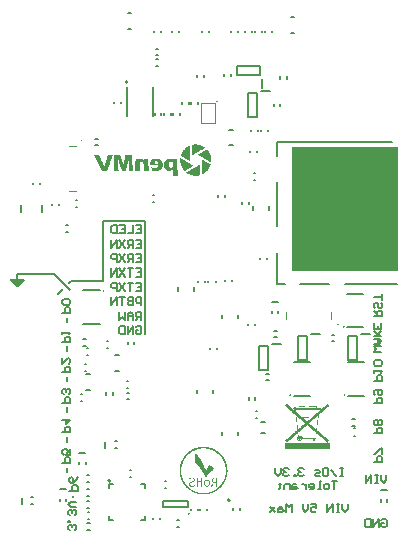
<source format=gbo>
G04*
G04 #@! TF.GenerationSoftware,Altium Limited,Altium Designer,21.7.2 (23)*
G04*
G04 Layer_Color=32896*
%FSLAX25Y25*%
%MOIN*%
G70*
G04*
G04 #@! TF.SameCoordinates,792C483E-89C0-4906-A524-1A3F29707EC7*
G04*
G04*
G04 #@! TF.FilePolarity,Positive*
G04*
G01*
G75*
%ADD10C,0.00500*%
%ADD12C,0.00787*%
%ADD13C,0.00591*%
%ADD16C,0.00394*%
%ADD17C,0.00800*%
%ADD19C,0.00544*%
%ADD20C,0.00510*%
%ADD177R,0.35827X0.41535*%
G36*
X66207Y129652D02*
X66907D01*
Y129552D01*
X67307D01*
Y129452D01*
X67607D01*
Y129352D01*
X67907D01*
Y129252D01*
X68107D01*
Y129152D01*
X68307D01*
Y129052D01*
X68507D01*
Y128952D01*
X68607D01*
Y128852D01*
X68807D01*
Y128752D01*
X68907D01*
Y128652D01*
X69007D01*
Y128552D01*
X68807D01*
Y128452D01*
X68607D01*
Y128352D01*
X68507D01*
Y128252D01*
X68307D01*
Y128152D01*
X68107D01*
Y128052D01*
X67907D01*
Y127952D01*
X67807D01*
Y127852D01*
X67607D01*
Y127752D01*
X67407D01*
Y127652D01*
X67307D01*
Y127552D01*
X67107D01*
Y127452D01*
X66907D01*
Y127352D01*
X66707D01*
Y127252D01*
X66607D01*
Y127152D01*
X66407D01*
Y127052D01*
X66207D01*
Y126952D01*
X66007D01*
Y126852D01*
X65907D01*
Y126752D01*
X65707D01*
Y126652D01*
X65507D01*
Y126552D01*
X65407D01*
Y126452D01*
X65207D01*
Y126352D01*
X65007D01*
Y126252D01*
X64807D01*
Y126152D01*
X64707D01*
Y126052D01*
X64607D01*
Y126152D01*
Y126252D01*
Y126352D01*
Y126452D01*
Y126552D01*
Y126652D01*
Y126752D01*
Y126852D01*
Y126952D01*
Y127052D01*
Y127152D01*
Y127252D01*
Y127352D01*
Y127452D01*
Y127552D01*
Y127652D01*
Y127752D01*
Y127852D01*
Y127952D01*
Y128052D01*
Y128152D01*
Y128252D01*
Y128352D01*
Y128452D01*
Y128552D01*
Y128652D01*
Y128752D01*
Y128852D01*
Y128952D01*
Y129052D01*
Y129152D01*
Y129252D01*
Y129352D01*
Y129452D01*
Y129552D01*
X64707D01*
Y129652D01*
X65407D01*
Y129752D01*
X66207D01*
Y129652D01*
D02*
G37*
G36*
X63907Y129252D02*
Y129152D01*
Y129052D01*
Y128952D01*
Y128852D01*
Y128752D01*
Y128652D01*
Y128552D01*
Y128452D01*
Y128352D01*
Y128252D01*
Y128152D01*
Y128052D01*
Y127952D01*
Y127852D01*
Y127752D01*
Y127652D01*
Y127552D01*
Y127452D01*
Y127352D01*
Y127252D01*
Y127152D01*
Y127052D01*
Y126952D01*
Y126852D01*
Y126752D01*
Y126652D01*
Y126552D01*
Y126452D01*
Y126352D01*
Y126252D01*
Y126152D01*
Y126052D01*
Y125952D01*
Y125852D01*
Y125752D01*
Y125652D01*
Y125552D01*
Y125452D01*
Y125352D01*
Y125252D01*
Y125152D01*
Y125052D01*
Y124952D01*
Y124852D01*
Y124752D01*
Y124652D01*
Y124552D01*
Y124452D01*
Y124352D01*
Y124252D01*
Y124152D01*
X63807D01*
Y124252D01*
X63707D01*
Y124352D01*
X63507D01*
Y124452D01*
X63307D01*
Y124552D01*
X63207D01*
Y124652D01*
X63007D01*
Y124752D01*
X62807D01*
Y124852D01*
X62607D01*
Y124952D01*
X62507D01*
Y125052D01*
X62307D01*
Y125152D01*
X62107D01*
Y125252D01*
X61907D01*
Y125352D01*
X61807D01*
Y125452D01*
X61607D01*
Y125552D01*
X61407D01*
Y125652D01*
X61307D01*
Y125752D01*
X61107D01*
Y125852D01*
X60907D01*
Y125952D01*
Y126052D01*
Y126152D01*
Y126252D01*
X61007D01*
Y126352D01*
Y126452D01*
Y126552D01*
X61107D01*
Y126652D01*
Y126752D01*
X61207D01*
Y126852D01*
Y126952D01*
X61307D01*
Y127052D01*
Y127152D01*
X61407D01*
Y127252D01*
Y127352D01*
X61507D01*
Y127452D01*
X61607D01*
Y127552D01*
Y127652D01*
X61707D01*
Y127752D01*
X61807D01*
Y127852D01*
X61907D01*
Y127952D01*
X62007D01*
Y128052D01*
X62107D01*
Y128152D01*
X62207D01*
Y128252D01*
X62307D01*
Y128352D01*
X62407D01*
Y128452D01*
X62507D01*
Y128552D01*
X62607D01*
Y128652D01*
X62707D01*
Y128752D01*
X62907D01*
Y128852D01*
X63007D01*
Y128952D01*
X63207D01*
Y129052D01*
X63407D01*
Y129152D01*
X63607D01*
Y129252D01*
X63807D01*
Y129352D01*
X63907D01*
Y129252D01*
D02*
G37*
G36*
X69607Y128052D02*
X69707D01*
Y127952D01*
X69807D01*
Y127852D01*
X69907D01*
Y127752D01*
Y127652D01*
X70007D01*
Y127552D01*
X70107D01*
Y127452D01*
X70207D01*
Y127352D01*
Y127252D01*
X70307D01*
Y127152D01*
Y127052D01*
X70407D01*
Y126952D01*
Y126852D01*
X70507D01*
Y126752D01*
Y126652D01*
X70607D01*
Y126552D01*
Y126452D01*
X70707D01*
Y126352D01*
Y126252D01*
Y126152D01*
X70807D01*
Y126052D01*
Y125952D01*
Y125852D01*
X70907D01*
Y125752D01*
Y125652D01*
Y125552D01*
Y125452D01*
X71007D01*
Y125352D01*
Y125252D01*
Y125152D01*
Y125052D01*
Y124952D01*
Y124852D01*
Y124752D01*
Y124652D01*
Y124552D01*
Y124452D01*
Y124352D01*
Y124252D01*
Y124152D01*
Y124052D01*
Y123952D01*
Y123852D01*
X70807D01*
Y123952D01*
X70607D01*
Y124052D01*
X70407D01*
Y124152D01*
X70307D01*
Y124252D01*
X70107D01*
Y124352D01*
X69907D01*
Y124452D01*
X69807D01*
Y124552D01*
X69607D01*
Y124652D01*
X69407D01*
Y124752D01*
X69207D01*
Y124852D01*
X69107D01*
Y124952D01*
X68907D01*
Y125052D01*
X68707D01*
Y125152D01*
X68507D01*
Y125252D01*
X68407D01*
Y125352D01*
X68207D01*
Y125452D01*
X68007D01*
Y125552D01*
X67907D01*
Y125652D01*
X67707D01*
Y125752D01*
X67507D01*
Y125852D01*
X67307D01*
Y125952D01*
X67207D01*
Y126052D01*
X67007D01*
Y126152D01*
X66807D01*
Y126252D01*
X66607D01*
Y126352D01*
Y126452D01*
X66807D01*
Y126552D01*
X66907D01*
Y126652D01*
X67107D01*
Y126752D01*
X67307D01*
Y126852D01*
X67407D01*
Y126952D01*
X67607D01*
Y127052D01*
X67807D01*
Y127152D01*
X68007D01*
Y127252D01*
X68107D01*
Y127352D01*
X68307D01*
Y127452D01*
X68507D01*
Y127552D01*
X68607D01*
Y127652D01*
X68807D01*
Y127752D01*
X69007D01*
Y127852D01*
X69207D01*
Y127952D01*
X69307D01*
Y128052D01*
X69507D01*
Y128152D01*
X69607D01*
Y128052D01*
D02*
G37*
G36*
X44507Y126052D02*
Y125952D01*
Y125852D01*
Y125752D01*
Y125652D01*
X44607D01*
Y125552D01*
Y125452D01*
Y125352D01*
Y125252D01*
Y125152D01*
Y125052D01*
Y124952D01*
Y124852D01*
Y124752D01*
Y124652D01*
Y124552D01*
Y124452D01*
Y124352D01*
Y124252D01*
Y124152D01*
X44707D01*
Y124052D01*
Y123952D01*
Y123852D01*
Y123752D01*
Y123652D01*
Y123552D01*
Y123452D01*
Y123352D01*
Y123252D01*
Y123152D01*
Y123052D01*
X44807D01*
Y122952D01*
Y122852D01*
Y122752D01*
Y122652D01*
Y122552D01*
Y122452D01*
Y122352D01*
Y122252D01*
Y122152D01*
Y122052D01*
Y121952D01*
X44907D01*
Y121852D01*
Y121752D01*
Y121652D01*
Y121552D01*
Y121452D01*
Y121352D01*
Y121252D01*
Y121152D01*
Y121052D01*
X43607D01*
Y121152D01*
Y121252D01*
Y121352D01*
Y121452D01*
Y121552D01*
Y121652D01*
Y121752D01*
Y121852D01*
Y121952D01*
Y122052D01*
Y122152D01*
Y122252D01*
Y122352D01*
Y122452D01*
Y122552D01*
Y122652D01*
Y122752D01*
X43507D01*
Y122852D01*
Y122952D01*
Y123052D01*
Y123152D01*
Y123252D01*
Y123352D01*
Y123452D01*
Y123552D01*
Y123652D01*
Y123752D01*
Y123852D01*
Y123952D01*
Y124052D01*
Y124152D01*
X43407D01*
Y124252D01*
Y124352D01*
Y124452D01*
Y124552D01*
X43307D01*
Y124452D01*
Y124352D01*
Y124252D01*
Y124152D01*
Y124052D01*
X43207D01*
Y123952D01*
Y123852D01*
Y123752D01*
Y123652D01*
X43107D01*
Y123552D01*
Y123452D01*
Y123352D01*
Y123252D01*
X43007D01*
Y123152D01*
Y123052D01*
Y122952D01*
Y122852D01*
X42907D01*
Y122752D01*
Y122652D01*
Y122552D01*
Y122452D01*
Y122352D01*
X42807D01*
Y122252D01*
Y122152D01*
Y122052D01*
Y121952D01*
X42707D01*
Y121852D01*
Y121752D01*
Y121652D01*
Y121552D01*
X42607D01*
Y121452D01*
Y121352D01*
Y121252D01*
Y121152D01*
Y121052D01*
X41207D01*
Y121152D01*
X41107D01*
Y121252D01*
Y121352D01*
Y121452D01*
X41007D01*
Y121552D01*
Y121652D01*
Y121752D01*
X40907D01*
Y121852D01*
Y121952D01*
Y122052D01*
X40807D01*
Y122152D01*
Y122252D01*
Y122352D01*
X40707D01*
Y122452D01*
Y122552D01*
Y122652D01*
X40607D01*
Y122752D01*
Y122852D01*
Y122952D01*
X40507D01*
Y123052D01*
Y123152D01*
Y123252D01*
X40407D01*
Y123352D01*
Y123452D01*
Y123552D01*
X40307D01*
Y123652D01*
Y123752D01*
Y123852D01*
X40207D01*
Y123952D01*
Y124052D01*
Y124152D01*
X40107D01*
Y124252D01*
Y124352D01*
Y124452D01*
X39907D01*
Y124352D01*
Y124252D01*
Y124152D01*
X40007D01*
Y124052D01*
Y123952D01*
Y123852D01*
Y123752D01*
Y123652D01*
Y123552D01*
Y123452D01*
Y123352D01*
Y123252D01*
Y123152D01*
Y123052D01*
Y122952D01*
Y122852D01*
Y122752D01*
Y122652D01*
Y122552D01*
Y122452D01*
Y122352D01*
Y122252D01*
Y122152D01*
Y122052D01*
Y121952D01*
Y121852D01*
Y121752D01*
Y121652D01*
Y121552D01*
Y121452D01*
Y121352D01*
Y121252D01*
X40107D01*
Y121152D01*
Y121052D01*
X38707D01*
Y121152D01*
Y121252D01*
Y121352D01*
Y121452D01*
Y121552D01*
Y121652D01*
Y121752D01*
Y121852D01*
Y121952D01*
Y122052D01*
Y122152D01*
Y122252D01*
Y122352D01*
Y122452D01*
Y122552D01*
Y122652D01*
Y122752D01*
Y122852D01*
Y122952D01*
Y123052D01*
Y123152D01*
Y123252D01*
Y123352D01*
X38607D01*
Y123452D01*
Y123552D01*
Y123652D01*
Y123752D01*
Y123852D01*
Y123952D01*
Y124052D01*
Y124152D01*
Y124252D01*
Y124352D01*
Y124452D01*
Y124552D01*
Y124652D01*
Y124752D01*
Y124852D01*
Y124952D01*
Y125052D01*
Y125152D01*
Y125252D01*
Y125352D01*
Y125452D01*
Y125552D01*
Y125652D01*
Y125752D01*
Y125852D01*
Y125952D01*
Y126052D01*
X38507D01*
Y126152D01*
X40707D01*
Y126052D01*
Y125952D01*
Y125852D01*
X40807D01*
Y125752D01*
Y125652D01*
Y125552D01*
X40907D01*
Y125452D01*
Y125352D01*
Y125252D01*
X41007D01*
Y125152D01*
Y125052D01*
X41107D01*
Y124952D01*
Y124852D01*
Y124752D01*
X41207D01*
Y124652D01*
Y124552D01*
Y124452D01*
X41307D01*
Y124352D01*
Y124252D01*
Y124152D01*
X41407D01*
Y124052D01*
Y123952D01*
Y123852D01*
X41507D01*
Y123752D01*
Y123652D01*
Y123552D01*
X41607D01*
Y123452D01*
Y123352D01*
Y123252D01*
Y123152D01*
X41807D01*
Y123252D01*
Y123352D01*
Y123452D01*
Y123552D01*
Y123652D01*
X41907D01*
Y123752D01*
Y123852D01*
Y123952D01*
Y124052D01*
Y124152D01*
X42007D01*
Y124252D01*
Y124352D01*
Y124452D01*
Y124552D01*
X42107D01*
Y124652D01*
Y124752D01*
Y124852D01*
Y124952D01*
X42207D01*
Y125052D01*
Y125152D01*
Y125252D01*
Y125352D01*
X42307D01*
Y125452D01*
Y125552D01*
Y125652D01*
Y125752D01*
X42407D01*
Y125852D01*
Y125952D01*
Y126052D01*
Y126152D01*
X44507D01*
Y126052D01*
D02*
G37*
G36*
X38107D02*
Y125952D01*
Y125852D01*
X38007D01*
Y125752D01*
Y125652D01*
Y125552D01*
X37907D01*
Y125452D01*
Y125352D01*
Y125252D01*
X37807D01*
Y125152D01*
Y125052D01*
X37707D01*
Y124952D01*
Y124852D01*
Y124752D01*
X37607D01*
Y124652D01*
Y124552D01*
Y124452D01*
X37507D01*
Y124352D01*
Y124252D01*
Y124152D01*
X37407D01*
Y124052D01*
Y123952D01*
Y123852D01*
X37307D01*
Y123752D01*
Y123652D01*
Y123552D01*
X37207D01*
Y123452D01*
Y123352D01*
Y123252D01*
X37107D01*
Y123152D01*
Y123052D01*
X37007D01*
Y122952D01*
Y122852D01*
Y122752D01*
X36907D01*
Y122652D01*
Y122552D01*
Y122452D01*
X36807D01*
Y122352D01*
Y122252D01*
Y122152D01*
X36707D01*
Y122052D01*
Y121952D01*
Y121852D01*
X36607D01*
Y121752D01*
Y121652D01*
Y121552D01*
X36507D01*
Y121452D01*
Y121352D01*
Y121252D01*
X36407D01*
Y121152D01*
Y121052D01*
X34507D01*
Y121152D01*
Y121252D01*
X34407D01*
Y121352D01*
Y121452D01*
X34307D01*
Y121552D01*
Y121652D01*
X34207D01*
Y121752D01*
Y121852D01*
X34107D01*
Y121952D01*
Y122052D01*
X34007D01*
Y122152D01*
Y122252D01*
X33907D01*
Y122352D01*
Y122452D01*
X33807D01*
Y122552D01*
Y122652D01*
X33707D01*
Y122752D01*
Y122852D01*
X33607D01*
Y122952D01*
Y123052D01*
X33507D01*
Y123152D01*
Y123252D01*
X33407D01*
Y123352D01*
Y123452D01*
X33307D01*
Y123552D01*
Y123652D01*
X33207D01*
Y123752D01*
Y123852D01*
X33107D01*
Y123952D01*
Y124052D01*
X33007D01*
Y124152D01*
Y124252D01*
X32907D01*
Y124352D01*
Y124452D01*
X32807D01*
Y124552D01*
Y124652D01*
X32707D01*
Y124752D01*
Y124852D01*
X32607D01*
Y124952D01*
Y125052D01*
X32507D01*
Y125152D01*
Y125252D01*
X32407D01*
Y125352D01*
Y125452D01*
X32307D01*
Y125552D01*
Y125652D01*
X32207D01*
Y125752D01*
Y125852D01*
X32107D01*
Y125952D01*
Y126052D01*
X32007D01*
Y126152D01*
X33707D01*
Y126052D01*
Y125952D01*
X33807D01*
Y125852D01*
Y125752D01*
Y125652D01*
X33907D01*
Y125552D01*
Y125452D01*
X34007D01*
Y125352D01*
Y125252D01*
X34107D01*
Y125152D01*
Y125052D01*
X34207D01*
Y124952D01*
Y124852D01*
X34307D01*
Y124752D01*
Y124652D01*
Y124552D01*
X34407D01*
Y124452D01*
Y124352D01*
X34507D01*
Y124252D01*
Y124152D01*
X34607D01*
Y124052D01*
Y123952D01*
X34707D01*
Y123852D01*
Y123752D01*
X34807D01*
Y123652D01*
Y123552D01*
Y123452D01*
X34907D01*
Y123352D01*
Y123252D01*
X35007D01*
Y123152D01*
Y123052D01*
X35107D01*
Y122952D01*
Y122852D01*
X35207D01*
Y122752D01*
Y122652D01*
Y122552D01*
X35307D01*
Y122452D01*
Y122352D01*
X35407D01*
Y122452D01*
Y122552D01*
Y122652D01*
X35507D01*
Y122752D01*
Y122852D01*
Y122952D01*
Y123052D01*
X35607D01*
Y123152D01*
Y123252D01*
Y123352D01*
X35707D01*
Y123452D01*
Y123552D01*
Y123652D01*
X35807D01*
Y123752D01*
Y123852D01*
Y123952D01*
Y124052D01*
X35907D01*
Y124152D01*
Y124252D01*
Y124352D01*
X36007D01*
Y124452D01*
Y124552D01*
Y124652D01*
X36107D01*
Y124752D01*
Y124852D01*
Y124952D01*
X36207D01*
Y125052D01*
Y125152D01*
Y125252D01*
X36307D01*
Y125352D01*
Y125452D01*
Y125552D01*
Y125652D01*
X36407D01*
Y125752D01*
Y125852D01*
Y125952D01*
X36507D01*
Y126052D01*
Y126152D01*
X38107D01*
Y126052D01*
D02*
G37*
G36*
X53407Y124852D02*
X53707D01*
Y124752D01*
X53907D01*
Y124652D01*
X54007D01*
Y124552D01*
X54207D01*
Y124452D01*
X54307D01*
Y124352D01*
Y124252D01*
X54407D01*
Y124152D01*
X54507D01*
Y124052D01*
Y123952D01*
X54607D01*
Y123852D01*
Y123752D01*
X54707D01*
Y123652D01*
Y123552D01*
Y123452D01*
X54807D01*
Y123352D01*
Y123252D01*
Y123152D01*
Y123052D01*
Y122952D01*
Y122852D01*
Y122752D01*
Y122652D01*
Y122552D01*
Y122452D01*
Y122352D01*
Y122252D01*
X54707D01*
Y122152D01*
Y122052D01*
Y121952D01*
X54607D01*
Y121852D01*
Y121752D01*
X54507D01*
Y121652D01*
X54407D01*
Y121552D01*
X54307D01*
Y121452D01*
X54207D01*
Y121352D01*
X54107D01*
Y121252D01*
X53907D01*
Y121152D01*
X53707D01*
Y121052D01*
X53307D01*
Y120952D01*
X51707D01*
Y121052D01*
X51207D01*
Y121152D01*
Y121252D01*
Y121352D01*
X51107D01*
Y121452D01*
Y121552D01*
Y121652D01*
Y121752D01*
Y121852D01*
Y121952D01*
X51007D01*
Y122052D01*
Y122152D01*
X51307D01*
Y122052D01*
X51707D01*
Y121952D01*
X52807D01*
Y122052D01*
X53007D01*
Y122152D01*
X53207D01*
Y122252D01*
X53307D01*
Y122352D01*
Y122452D01*
Y122552D01*
X53407D01*
Y122652D01*
Y122752D01*
Y122852D01*
X50707D01*
Y122952D01*
Y123052D01*
Y123152D01*
Y123252D01*
Y123352D01*
Y123452D01*
Y123552D01*
Y123652D01*
Y123752D01*
Y123852D01*
X50807D01*
Y123952D01*
Y124052D01*
Y124152D01*
X50907D01*
Y124252D01*
Y124352D01*
X51007D01*
Y124452D01*
X51107D01*
Y124552D01*
X51207D01*
Y124652D01*
X51407D01*
Y124752D01*
X51607D01*
Y124852D01*
X51807D01*
Y124952D01*
X53407D01*
Y124852D01*
D02*
G37*
G36*
X47707D02*
X48007D01*
Y124752D01*
X48207D01*
Y124652D01*
X48307D01*
Y124552D01*
X48407D01*
Y124452D01*
X48507D01*
Y124552D01*
Y124652D01*
Y124752D01*
Y124852D01*
X50007D01*
Y124752D01*
Y124652D01*
Y124552D01*
Y124452D01*
Y124352D01*
Y124252D01*
Y124152D01*
Y124052D01*
Y123952D01*
Y123852D01*
Y123752D01*
Y123652D01*
Y123552D01*
Y123452D01*
Y123352D01*
Y123252D01*
Y123152D01*
Y123052D01*
Y122952D01*
Y122852D01*
Y122752D01*
Y122652D01*
Y122552D01*
X50107D01*
Y122452D01*
Y122352D01*
Y122252D01*
Y122152D01*
Y122052D01*
Y121952D01*
Y121852D01*
Y121752D01*
Y121652D01*
Y121552D01*
Y121452D01*
X50207D01*
Y121352D01*
Y121252D01*
Y121152D01*
Y121052D01*
X48707D01*
Y121152D01*
Y121252D01*
Y121352D01*
X48607D01*
Y121452D01*
Y121552D01*
Y121652D01*
Y121752D01*
Y121852D01*
Y121952D01*
Y122052D01*
Y122152D01*
Y122252D01*
Y122352D01*
Y122452D01*
Y122552D01*
Y122652D01*
Y122752D01*
Y122852D01*
X48507D01*
Y122952D01*
Y123052D01*
Y123152D01*
Y123252D01*
X48407D01*
Y123352D01*
Y123452D01*
X48307D01*
Y123552D01*
X48207D01*
Y123652D01*
X48107D01*
Y123752D01*
X47407D01*
Y123652D01*
X47307D01*
Y123552D01*
X47207D01*
Y123452D01*
Y123352D01*
Y123252D01*
Y123152D01*
X47107D01*
Y123052D01*
Y122952D01*
Y122852D01*
X47207D01*
Y122752D01*
Y122652D01*
Y122552D01*
Y122452D01*
Y122352D01*
Y122252D01*
Y122152D01*
Y122052D01*
Y121952D01*
Y121852D01*
Y121752D01*
Y121652D01*
Y121552D01*
Y121452D01*
Y121352D01*
Y121252D01*
Y121152D01*
Y121052D01*
X45707D01*
Y121152D01*
Y121252D01*
Y121352D01*
Y121452D01*
Y121552D01*
Y121652D01*
Y121752D01*
Y121852D01*
Y121952D01*
Y122052D01*
Y122152D01*
Y122252D01*
Y122352D01*
Y122452D01*
Y122552D01*
Y122652D01*
Y122752D01*
Y122852D01*
Y122952D01*
Y123052D01*
Y123152D01*
Y123252D01*
X45607D01*
Y123352D01*
Y123452D01*
Y123552D01*
Y123652D01*
Y123752D01*
Y123852D01*
Y123952D01*
Y124052D01*
X45707D01*
Y124152D01*
Y124252D01*
Y124352D01*
X45807D01*
Y124452D01*
Y124552D01*
X45907D01*
Y124652D01*
X46007D01*
Y124752D01*
X46207D01*
Y124852D01*
X46407D01*
Y124952D01*
X47707D01*
Y124852D01*
D02*
G37*
G36*
X60907Y125052D02*
X61107D01*
Y124952D01*
X61307D01*
Y124852D01*
X61407D01*
Y124752D01*
X61607D01*
Y124652D01*
X61807D01*
Y124552D01*
X61907D01*
Y124452D01*
X62107D01*
Y124352D01*
X62307D01*
Y124252D01*
X62507D01*
Y124152D01*
X62607D01*
Y124052D01*
X62807D01*
Y123952D01*
X63007D01*
Y123852D01*
X63207D01*
Y123752D01*
X63307D01*
Y123652D01*
X63507D01*
Y123552D01*
X63707D01*
Y123452D01*
X63807D01*
Y123352D01*
X64007D01*
Y123252D01*
X64207D01*
Y123152D01*
X64407D01*
Y123052D01*
X64507D01*
Y122952D01*
X64707D01*
Y122852D01*
X64907D01*
Y122752D01*
X65007D01*
Y122652D01*
X65107D01*
Y122552D01*
X64907D01*
Y122452D01*
X64707D01*
Y122352D01*
X64507D01*
Y122252D01*
X64407D01*
Y122152D01*
X64207D01*
Y122052D01*
X64007D01*
Y121952D01*
X63907D01*
Y121852D01*
X63707D01*
Y121752D01*
X63507D01*
Y121652D01*
X63307D01*
Y121552D01*
X63207D01*
Y121452D01*
X63007D01*
Y121352D01*
X62807D01*
Y121252D01*
X62607D01*
Y121152D01*
X62507D01*
Y121052D01*
X62307D01*
Y120952D01*
X62007D01*
Y121052D01*
X61907D01*
Y121152D01*
X61807D01*
Y121252D01*
X61707D01*
Y121352D01*
Y121452D01*
X61607D01*
Y121552D01*
X61507D01*
Y121652D01*
Y121752D01*
X61407D01*
Y121852D01*
X61307D01*
Y121952D01*
Y122052D01*
X61207D01*
Y122152D01*
Y122252D01*
X61107D01*
Y122352D01*
Y122452D01*
X61007D01*
Y122552D01*
Y122652D01*
Y122752D01*
X60907D01*
Y122852D01*
Y122952D01*
Y123052D01*
X60807D01*
Y123152D01*
Y123252D01*
Y123352D01*
Y123452D01*
X60707D01*
Y123552D01*
Y123652D01*
Y123752D01*
Y123852D01*
Y123952D01*
Y124052D01*
Y124152D01*
Y124252D01*
X60607D01*
Y124352D01*
Y124452D01*
Y124552D01*
Y124652D01*
Y124752D01*
Y124852D01*
X60707D01*
Y124952D01*
Y125052D01*
Y125152D01*
X60907D01*
Y125052D01*
D02*
G37*
G36*
X68007Y124652D02*
X68207D01*
Y124552D01*
X68407D01*
Y124452D01*
X68507D01*
Y124352D01*
X68707D01*
Y124252D01*
X68907D01*
Y124152D01*
X69007D01*
Y124052D01*
X69207D01*
Y123952D01*
X69407D01*
Y123852D01*
X69607D01*
Y123752D01*
X69707D01*
Y123652D01*
X69907D01*
Y123552D01*
X70107D01*
Y123452D01*
X70307D01*
Y123352D01*
X70407D01*
Y123252D01*
X70607D01*
Y123152D01*
X70807D01*
Y123052D01*
Y122952D01*
Y122852D01*
Y122752D01*
X70707D01*
Y122652D01*
Y122552D01*
X70607D01*
Y122452D01*
Y122352D01*
X70507D01*
Y122252D01*
Y122152D01*
X70407D01*
Y122052D01*
Y121952D01*
X70307D01*
Y121852D01*
Y121752D01*
X70207D01*
Y121652D01*
Y121552D01*
X70107D01*
Y121452D01*
X70007D01*
Y121352D01*
X69907D01*
Y121252D01*
Y121152D01*
X69807D01*
Y121052D01*
X69707D01*
Y120952D01*
X69607D01*
Y120852D01*
X69507D01*
Y120752D01*
X69407D01*
Y120652D01*
X69307D01*
Y120552D01*
X69207D01*
Y120452D01*
X69007D01*
Y120352D01*
X68907D01*
Y120252D01*
X68807D01*
Y120152D01*
X68607D01*
Y120052D01*
X68507D01*
Y119952D01*
X68307D01*
Y119852D01*
X68107D01*
Y119752D01*
X67907D01*
Y119652D01*
X67807D01*
Y119752D01*
Y119852D01*
Y119952D01*
Y120052D01*
Y120152D01*
Y120252D01*
Y120352D01*
Y120452D01*
Y120552D01*
Y120652D01*
Y120752D01*
Y120852D01*
Y120952D01*
Y121052D01*
Y121152D01*
Y121252D01*
Y121352D01*
Y121452D01*
Y121552D01*
Y121652D01*
Y121752D01*
Y121852D01*
Y121952D01*
Y122052D01*
Y122152D01*
Y122252D01*
Y122352D01*
Y122452D01*
Y122552D01*
Y122652D01*
Y122752D01*
Y122852D01*
Y122952D01*
Y123052D01*
Y123152D01*
Y123252D01*
Y123352D01*
Y123452D01*
Y123552D01*
Y123652D01*
Y123752D01*
Y123852D01*
Y123952D01*
Y124052D01*
Y124152D01*
Y124252D01*
Y124352D01*
Y124452D01*
Y124552D01*
Y124652D01*
Y124752D01*
X68007D01*
Y124652D01*
D02*
G37*
G36*
X67107Y122852D02*
Y122752D01*
Y122652D01*
Y122552D01*
Y122452D01*
Y122352D01*
Y122252D01*
Y122152D01*
Y122052D01*
Y121952D01*
Y121852D01*
Y121752D01*
Y121652D01*
Y121552D01*
Y121452D01*
Y121352D01*
Y121252D01*
Y121152D01*
Y121052D01*
Y120952D01*
Y120852D01*
Y120752D01*
Y120652D01*
Y120552D01*
Y120452D01*
Y120352D01*
Y120252D01*
Y120152D01*
Y120052D01*
Y119952D01*
Y119852D01*
Y119752D01*
Y119652D01*
Y119552D01*
Y119452D01*
X67007D01*
Y119352D01*
X66207D01*
Y119252D01*
X65607D01*
Y119352D01*
X64807D01*
Y119452D01*
X64407D01*
Y119552D01*
X64007D01*
Y119652D01*
X63807D01*
Y119752D01*
X63607D01*
Y119852D01*
X63407D01*
Y119952D01*
X63207D01*
Y120052D01*
X63007D01*
Y120152D01*
X62907D01*
Y120252D01*
X62707D01*
Y120352D01*
X62607D01*
Y120452D01*
X62807D01*
Y120552D01*
X63007D01*
Y120652D01*
X63207D01*
Y120752D01*
X63307D01*
Y120852D01*
X63507D01*
Y120952D01*
X63707D01*
Y121052D01*
X63907D01*
Y121152D01*
X64007D01*
Y121252D01*
X64207D01*
Y121352D01*
X64407D01*
Y121452D01*
X64607D01*
Y121552D01*
X64707D01*
Y121652D01*
X64907D01*
Y121752D01*
X65107D01*
Y121852D01*
X65207D01*
Y121952D01*
X65407D01*
Y122052D01*
X65607D01*
Y122152D01*
X65807D01*
Y122252D01*
X65907D01*
Y122352D01*
X66107D01*
Y122452D01*
X66307D01*
Y122552D01*
X66407D01*
Y122652D01*
X66607D01*
Y122752D01*
X66807D01*
Y122852D01*
X67007D01*
Y122952D01*
X67107D01*
Y122852D01*
D02*
G37*
G36*
X58907Y124852D02*
X59607D01*
Y124752D01*
Y124652D01*
Y124552D01*
Y124452D01*
Y124352D01*
Y124252D01*
Y124152D01*
Y124052D01*
Y123952D01*
Y123852D01*
Y123752D01*
Y123652D01*
Y123552D01*
Y123452D01*
X59707D01*
Y123352D01*
Y123252D01*
Y123152D01*
Y123052D01*
Y122952D01*
Y122852D01*
Y122752D01*
Y122652D01*
Y122552D01*
Y122452D01*
Y122352D01*
Y122252D01*
Y122152D01*
Y122052D01*
Y121952D01*
Y121852D01*
Y121752D01*
Y121652D01*
Y121552D01*
Y121452D01*
Y121352D01*
X59807D01*
Y121252D01*
Y121152D01*
Y121052D01*
Y120952D01*
Y120852D01*
Y120752D01*
Y120652D01*
Y120552D01*
Y120452D01*
Y120352D01*
Y120252D01*
Y120152D01*
Y120052D01*
Y119952D01*
Y119852D01*
X59907D01*
Y119752D01*
Y119652D01*
Y119552D01*
Y119452D01*
Y119352D01*
Y119252D01*
X58407D01*
Y119352D01*
Y119452D01*
Y119552D01*
Y119652D01*
Y119752D01*
Y119852D01*
Y119952D01*
Y120052D01*
Y120152D01*
Y120252D01*
Y120352D01*
Y120452D01*
Y120552D01*
Y120652D01*
X58307D01*
Y120752D01*
Y120852D01*
Y120952D01*
Y121052D01*
Y121152D01*
Y121252D01*
Y121352D01*
X58107D01*
Y121252D01*
X58007D01*
Y121152D01*
X57707D01*
Y121052D01*
X57407D01*
Y120952D01*
X56607D01*
Y121052D01*
X56307D01*
Y121152D01*
X56107D01*
Y121252D01*
X56007D01*
Y121352D01*
X55907D01*
Y121452D01*
X55807D01*
Y121552D01*
X55707D01*
Y121652D01*
X55607D01*
Y121752D01*
Y121852D01*
X55507D01*
Y121952D01*
Y122052D01*
X55407D01*
Y122152D01*
Y122252D01*
Y122352D01*
Y122452D01*
X55307D01*
Y122552D01*
Y122652D01*
Y122752D01*
Y122852D01*
Y122952D01*
Y123052D01*
Y123152D01*
Y123252D01*
Y123352D01*
Y123452D01*
X55407D01*
Y123552D01*
Y123652D01*
Y123752D01*
Y123852D01*
X55507D01*
Y123952D01*
Y124052D01*
X55607D01*
Y124152D01*
Y124252D01*
X55707D01*
Y124352D01*
X55807D01*
Y124452D01*
X55907D01*
Y124552D01*
X56007D01*
Y124652D01*
X56107D01*
Y124752D01*
X56307D01*
Y124852D01*
X56607D01*
Y124952D01*
X58907D01*
Y124852D01*
D02*
G37*
G36*
X8772Y84584D02*
X6549Y82361D01*
X6049Y82361D01*
X3827Y84584D01*
X4019Y85046D01*
X8580D01*
X8772Y84584D01*
D02*
G37*
G36*
X109783Y43097D02*
X109883D01*
Y42996D01*
X109983D01*
Y42897D01*
X110083D01*
Y42796D01*
X110283D01*
Y42696D01*
X110383D01*
Y42597D01*
X110283D01*
Y42496D01*
X110183D01*
Y42397D01*
X110083D01*
Y42296D01*
X109983D01*
Y42197D01*
X109783D01*
Y42096D01*
X109683D01*
Y41996D01*
X109583D01*
Y41897D01*
X109483D01*
Y41796D01*
X109383D01*
Y41697D01*
X109283D01*
Y41596D01*
X109083D01*
Y41497D01*
X108983D01*
Y41396D01*
X108883D01*
Y41296D01*
X108783D01*
Y41197D01*
X108683D01*
Y41096D01*
X108583D01*
Y40997D01*
X108383D01*
Y40896D01*
X108283D01*
Y40797D01*
X108183D01*
Y40696D01*
X108083D01*
Y40597D01*
X107983D01*
Y40497D01*
X107883D01*
Y40396D01*
X107783D01*
Y40297D01*
X107583D01*
Y40196D01*
X107483D01*
Y40097D01*
X107383D01*
Y39996D01*
X107283D01*
Y39897D01*
X107183D01*
Y39797D01*
X107083D01*
Y39696D01*
X106883D01*
Y39597D01*
Y39496D01*
X106783D01*
Y39397D01*
Y39296D01*
Y39197D01*
Y39097D01*
Y38996D01*
Y38897D01*
Y38796D01*
Y38697D01*
X106683D01*
Y38596D01*
Y38497D01*
Y38396D01*
Y38296D01*
Y38197D01*
Y38096D01*
Y37997D01*
Y37896D01*
X106583D01*
Y37797D01*
Y37696D01*
Y37596D01*
Y37497D01*
Y37396D01*
Y37297D01*
Y37196D01*
Y37097D01*
Y36996D01*
Y36896D01*
X106483D01*
Y36797D01*
Y36696D01*
Y36597D01*
Y36496D01*
Y36397D01*
Y36296D01*
Y36197D01*
Y36097D01*
X106383D01*
Y35996D01*
Y35897D01*
Y35796D01*
Y35697D01*
Y35596D01*
Y35497D01*
Y35397D01*
Y35296D01*
X106283D01*
Y35197D01*
Y35096D01*
Y34997D01*
Y34896D01*
Y34797D01*
Y34696D01*
Y34596D01*
Y34497D01*
X106383D01*
Y34396D01*
X106483D01*
Y34297D01*
X106583D01*
Y34196D01*
X106783D01*
Y34097D01*
X106883D01*
Y33996D01*
X106983D01*
Y33896D01*
X107083D01*
Y33797D01*
X107183D01*
Y33696D01*
X107283D01*
Y33597D01*
X107383D01*
Y33496D01*
X107583D01*
Y33397D01*
X107683D01*
Y33296D01*
X107783D01*
Y33196D01*
X107883D01*
Y33097D01*
X107983D01*
Y32996D01*
X108083D01*
Y32897D01*
X108183D01*
Y32796D01*
X108383D01*
Y32697D01*
X108483D01*
Y32596D01*
X108583D01*
Y32497D01*
X108683D01*
Y32397D01*
X108783D01*
Y32296D01*
X108883D01*
Y32197D01*
X109083D01*
Y32096D01*
X109183D01*
Y31997D01*
X109283D01*
Y31896D01*
X109383D01*
Y31797D01*
X109483D01*
Y31697D01*
X109583D01*
Y31596D01*
X109683D01*
Y31497D01*
X109883D01*
Y31396D01*
X109983D01*
Y31297D01*
X110083D01*
Y31196D01*
X110183D01*
Y31097D01*
X110283D01*
Y30997D01*
Y30896D01*
X110183D01*
Y30797D01*
X110083D01*
Y30696D01*
X109983D01*
Y30597D01*
X109883D01*
Y30496D01*
X109783D01*
Y30397D01*
X109683D01*
Y30496D01*
X109583D01*
Y30597D01*
X109383D01*
Y30696D01*
X109283D01*
Y30797D01*
X109183D01*
Y30896D01*
X109083D01*
Y30997D01*
X108983D01*
Y31097D01*
X108883D01*
Y31196D01*
X108783D01*
Y31297D01*
X108583D01*
Y31396D01*
X108483D01*
Y31497D01*
X108383D01*
Y31596D01*
X108283D01*
Y31697D01*
X108183D01*
Y31797D01*
X108083D01*
Y31896D01*
X107883D01*
Y31997D01*
X107783D01*
Y32096D01*
X107683D01*
Y32197D01*
X107583D01*
Y32296D01*
X107483D01*
Y32397D01*
X107383D01*
Y32497D01*
X107283D01*
Y32596D01*
X107083D01*
Y32697D01*
X106983D01*
Y32796D01*
X106883D01*
Y32897D01*
X106783D01*
Y32996D01*
X106683D01*
Y33097D01*
X106583D01*
Y33196D01*
X106383D01*
Y33296D01*
X106283D01*
Y33397D01*
X106083D01*
Y33296D01*
Y33196D01*
Y33097D01*
Y32996D01*
Y32897D01*
Y32796D01*
Y32697D01*
X105983D01*
Y32596D01*
Y32497D01*
Y32397D01*
Y32296D01*
Y32197D01*
Y32096D01*
Y31997D01*
Y31896D01*
Y31797D01*
X105883D01*
Y31697D01*
X105783D01*
Y31596D01*
X105483D01*
Y31497D01*
Y31396D01*
Y31297D01*
Y31196D01*
Y31097D01*
Y30997D01*
Y30896D01*
X104883D01*
Y30997D01*
X104783D01*
Y31097D01*
Y31196D01*
Y31297D01*
Y31396D01*
Y31497D01*
Y31596D01*
X101483D01*
Y31497D01*
X101383D01*
Y31396D01*
Y31297D01*
X101283D01*
Y31196D01*
X101183D01*
Y31097D01*
X100983D01*
Y30997D01*
X100683D01*
Y30896D01*
X100283D01*
Y30997D01*
X99983D01*
Y31097D01*
X99783D01*
Y31196D01*
X99683D01*
Y31297D01*
X99583D01*
Y31396D01*
Y31497D01*
X99483D01*
Y31596D01*
Y31697D01*
Y31797D01*
Y31896D01*
Y31997D01*
Y32096D01*
X99583D01*
Y32197D01*
Y32296D01*
X99683D01*
Y32397D01*
X99783D01*
Y32497D01*
X99983D01*
Y32596D01*
Y32697D01*
Y32796D01*
Y32897D01*
Y32996D01*
X99883D01*
Y33097D01*
Y33196D01*
Y33296D01*
Y33397D01*
Y33496D01*
X99783D01*
Y33397D01*
X99683D01*
Y33296D01*
X99583D01*
Y33196D01*
X99383D01*
Y33097D01*
X99283D01*
Y32996D01*
X99183D01*
Y32897D01*
X99083D01*
Y32796D01*
X98983D01*
Y32697D01*
X98883D01*
Y32596D01*
X98683D01*
Y32497D01*
X98583D01*
Y32397D01*
X98483D01*
Y32296D01*
X98383D01*
Y32197D01*
X98283D01*
Y32096D01*
X98183D01*
Y31997D01*
X98083D01*
Y31896D01*
X97883D01*
Y31797D01*
X97783D01*
Y31697D01*
X97683D01*
Y31596D01*
X97583D01*
Y31497D01*
X97483D01*
Y31396D01*
X97383D01*
Y31297D01*
X97183D01*
Y31196D01*
X97083D01*
Y31097D01*
X96983D01*
Y30997D01*
X96883D01*
Y30896D01*
X96783D01*
Y30797D01*
X96683D01*
Y30696D01*
X96583D01*
Y30597D01*
X96383D01*
Y30496D01*
X96283D01*
Y30397D01*
X96183D01*
Y30496D01*
X96083D01*
Y30597D01*
X95983D01*
Y30696D01*
X95883D01*
Y30797D01*
X95783D01*
Y30896D01*
X95683D01*
Y30997D01*
Y31097D01*
X95783D01*
Y31196D01*
X95883D01*
Y31297D01*
X95983D01*
Y31396D01*
X96083D01*
Y31497D01*
X96283D01*
Y31596D01*
X96383D01*
Y31697D01*
X96483D01*
Y31797D01*
X96583D01*
Y31896D01*
X96683D01*
Y31997D01*
X96783D01*
Y32096D01*
X96883D01*
Y32197D01*
X97083D01*
Y32296D01*
X97183D01*
Y32397D01*
X97283D01*
Y32497D01*
X97383D01*
Y32596D01*
X97483D01*
Y32697D01*
X97583D01*
Y32796D01*
X97783D01*
Y32897D01*
X97883D01*
Y32996D01*
X97983D01*
Y33097D01*
X98083D01*
Y33196D01*
X98183D01*
Y33296D01*
X98283D01*
Y33397D01*
X98383D01*
Y33496D01*
X98583D01*
Y33597D01*
X98683D01*
Y33696D01*
X98783D01*
Y33797D01*
X98883D01*
Y33896D01*
X98983D01*
Y33996D01*
X99083D01*
Y34097D01*
X99283D01*
Y34196D01*
X99383D01*
Y34297D01*
X99483D01*
Y34396D01*
X99583D01*
Y34497D01*
X99683D01*
Y34596D01*
Y34696D01*
Y34797D01*
Y34896D01*
Y34997D01*
Y35096D01*
Y35197D01*
Y35296D01*
Y35397D01*
Y35497D01*
Y35596D01*
X99583D01*
Y35697D01*
Y35796D01*
Y35897D01*
Y35996D01*
Y36097D01*
Y36197D01*
Y36296D01*
Y36397D01*
X99483D01*
Y36496D01*
Y36597D01*
Y36696D01*
Y36797D01*
Y36896D01*
Y36996D01*
Y37097D01*
Y37196D01*
X99383D01*
Y37297D01*
Y37396D01*
Y37497D01*
Y37596D01*
Y37696D01*
Y37797D01*
Y37896D01*
Y37997D01*
Y38096D01*
Y38197D01*
X99283D01*
Y38296D01*
Y38396D01*
Y38497D01*
Y38596D01*
Y38697D01*
Y38796D01*
Y38897D01*
Y38996D01*
X99183D01*
Y39097D01*
Y39197D01*
Y39296D01*
Y39397D01*
Y39496D01*
Y39597D01*
X99083D01*
Y39696D01*
X98883D01*
Y39797D01*
X98783D01*
Y39897D01*
X98383D01*
Y39996D01*
Y40097D01*
Y40196D01*
Y40297D01*
X98183D01*
Y40396D01*
X98083D01*
Y40497D01*
X97983D01*
Y40597D01*
X97883D01*
Y40696D01*
X97783D01*
Y40797D01*
X97683D01*
Y40896D01*
X97583D01*
Y40997D01*
X97383D01*
Y41096D01*
X97283D01*
Y41197D01*
X97183D01*
Y41296D01*
X97083D01*
Y41396D01*
X96983D01*
Y41497D01*
X96883D01*
Y41596D01*
X96683D01*
Y41697D01*
X96583D01*
Y41796D01*
X96483D01*
Y41897D01*
X96383D01*
Y41996D01*
X96283D01*
Y42096D01*
X96183D01*
Y42197D01*
X95983D01*
Y42296D01*
X95883D01*
Y42397D01*
X95783D01*
Y42496D01*
X95683D01*
Y42597D01*
X95583D01*
Y42696D01*
X95683D01*
Y42796D01*
X95883D01*
Y42897D01*
X95983D01*
Y42996D01*
X96083D01*
Y43097D01*
X96183D01*
Y43196D01*
X96283D01*
Y43097D01*
X96483D01*
Y42996D01*
X96583D01*
Y42897D01*
X96683D01*
Y42796D01*
X96783D01*
Y42696D01*
X96883D01*
Y42597D01*
X96983D01*
Y42496D01*
X97183D01*
Y42397D01*
X97283D01*
Y42296D01*
X97383D01*
Y42197D01*
X97483D01*
Y42096D01*
X97583D01*
Y41996D01*
X97683D01*
Y41897D01*
X97783D01*
Y41796D01*
X97983D01*
Y41697D01*
X98083D01*
Y41596D01*
X98183D01*
Y41497D01*
X98283D01*
Y41396D01*
X98383D01*
Y41296D01*
X98483D01*
Y41197D01*
X98683D01*
Y41096D01*
X98783D01*
Y40997D01*
X98883D01*
Y40896D01*
X98983D01*
Y40997D01*
Y41096D01*
Y41197D01*
Y41296D01*
X98583D01*
Y41396D01*
X98483D01*
Y41497D01*
X98383D01*
Y41596D01*
Y41697D01*
Y41796D01*
Y41897D01*
Y41996D01*
X98483D01*
Y42096D01*
X98583D01*
Y42197D01*
X99283D01*
Y42296D01*
X99683D01*
Y42397D01*
X100383D01*
Y42496D01*
X101883D01*
Y42597D01*
X103883D01*
Y42496D01*
X105783D01*
Y42597D01*
Y42696D01*
X106283D01*
Y42597D01*
Y42496D01*
Y42397D01*
X106483D01*
Y42296D01*
X106783D01*
Y42197D01*
X106883D01*
Y42096D01*
X106983D01*
Y41996D01*
Y41897D01*
X107083D01*
Y41796D01*
X107583D01*
Y41697D01*
Y41596D01*
Y41497D01*
Y41396D01*
X107683D01*
Y41497D01*
X107783D01*
Y41596D01*
X107883D01*
Y41697D01*
X107983D01*
Y41796D01*
X108183D01*
Y41897D01*
X108283D01*
Y41996D01*
X108383D01*
Y42096D01*
X108483D01*
Y42197D01*
X108583D01*
Y42296D01*
X108683D01*
Y42397D01*
X108783D01*
Y42496D01*
X108983D01*
Y42597D01*
X109083D01*
Y42696D01*
X109183D01*
Y42796D01*
X109283D01*
Y42897D01*
X109383D01*
Y42996D01*
X109483D01*
Y43097D01*
X109683D01*
Y43196D01*
X109783D01*
Y43097D01*
D02*
G37*
G36*
X110483Y30097D02*
Y29996D01*
Y29897D01*
Y29796D01*
Y29697D01*
Y29596D01*
Y29496D01*
Y29397D01*
Y29296D01*
Y29197D01*
Y29096D01*
Y28997D01*
Y28896D01*
Y28796D01*
Y28697D01*
Y28596D01*
Y28497D01*
Y28396D01*
Y28297D01*
X95483D01*
Y28396D01*
Y28497D01*
Y28596D01*
Y28697D01*
Y28796D01*
Y28896D01*
Y28997D01*
Y29096D01*
Y29197D01*
Y29296D01*
Y29397D01*
Y29496D01*
Y29596D01*
Y29697D01*
Y29796D01*
Y29897D01*
Y29996D01*
Y30097D01*
Y30196D01*
X110483D01*
Y30097D01*
D02*
G37*
G36*
X68628Y28941D02*
X69928D01*
Y28841D01*
X70328D01*
Y28741D01*
X70628D01*
Y28641D01*
X71028D01*
Y28541D01*
X71228D01*
Y28441D01*
X71628D01*
Y28341D01*
X71728D01*
Y28241D01*
X71828D01*
Y28141D01*
X72128D01*
Y28041D01*
X72328D01*
Y27941D01*
X72628D01*
Y27841D01*
Y27741D01*
X72828D01*
Y27641D01*
X73028D01*
Y27541D01*
X73128D01*
Y27441D01*
X73328D01*
Y27341D01*
Y27241D01*
X73628D01*
Y27141D01*
Y27041D01*
X73728D01*
Y26941D01*
X73828D01*
Y26841D01*
X73928D01*
Y26741D01*
X74128D01*
Y26641D01*
Y26541D01*
X74228D01*
Y26441D01*
X74328D01*
Y26341D01*
X74428D01*
Y26241D01*
X74628D01*
Y26141D01*
Y26041D01*
Y25941D01*
X74828D01*
Y25841D01*
Y25741D01*
X74928D01*
Y25641D01*
X75028D01*
Y25541D01*
Y25440D01*
X75128D01*
Y25341D01*
Y25240D01*
X75328D01*
Y25141D01*
Y25041D01*
Y24940D01*
X75428D01*
Y24840D01*
X75528D01*
Y24740D01*
Y24641D01*
Y24541D01*
X75628D01*
Y24441D01*
Y24340D01*
X75728D01*
Y24240D01*
X75828D01*
Y24140D01*
Y24040D01*
Y23941D01*
Y23841D01*
X75928D01*
Y23741D01*
X76028D01*
Y23641D01*
Y23540D01*
Y23440D01*
Y23340D01*
Y23241D01*
X76128D01*
Y23141D01*
Y23041D01*
X76228D01*
Y22941D01*
Y22840D01*
Y22740D01*
Y22640D01*
X76328D01*
Y22540D01*
Y22441D01*
Y22341D01*
Y22241D01*
Y22140D01*
Y22040D01*
Y21940D01*
Y21840D01*
Y21741D01*
Y21641D01*
Y21541D01*
Y21441D01*
Y21340D01*
X76428D01*
Y21240D01*
Y21140D01*
Y21041D01*
Y20941D01*
Y20841D01*
Y20741D01*
Y20640D01*
X76328D01*
Y20540D01*
Y20440D01*
Y20340D01*
Y20241D01*
Y20141D01*
Y20041D01*
Y19940D01*
Y19840D01*
Y19740D01*
Y19640D01*
Y19541D01*
Y19441D01*
X76228D01*
Y19341D01*
Y19241D01*
Y19140D01*
Y19040D01*
X76128D01*
Y18940D01*
Y18841D01*
X76028D01*
Y18741D01*
Y18641D01*
Y18541D01*
Y18440D01*
Y18340D01*
X75928D01*
Y18240D01*
X75828D01*
Y18140D01*
Y18041D01*
Y17941D01*
Y17841D01*
X75728D01*
Y17740D01*
Y17640D01*
X75628D01*
Y17540D01*
X75528D01*
Y17440D01*
Y17341D01*
Y17241D01*
X75428D01*
Y17141D01*
X75328D01*
Y17041D01*
Y16940D01*
Y16840D01*
X75128D01*
Y16740D01*
Y16641D01*
X75028D01*
Y16541D01*
Y16441D01*
X74928D01*
Y16341D01*
X74828D01*
Y16240D01*
Y16140D01*
X74628D01*
Y16040D01*
Y15940D01*
Y15841D01*
X74428D01*
Y15741D01*
X74328D01*
Y15641D01*
X74228D01*
Y15540D01*
X74128D01*
Y15440D01*
Y15340D01*
X73928D01*
Y15240D01*
X73828D01*
Y15141D01*
X73728D01*
Y15041D01*
X73628D01*
Y14941D01*
Y14841D01*
X73328D01*
Y14740D01*
Y14640D01*
X73128D01*
Y14540D01*
X73028D01*
Y14441D01*
X72828D01*
Y14341D01*
X72628D01*
Y14241D01*
Y14141D01*
X72328D01*
Y14040D01*
X72128D01*
Y13940D01*
X71928D01*
Y13840D01*
X71728D01*
Y13740D01*
X71628D01*
Y13641D01*
X71228D01*
Y13541D01*
X71028D01*
Y13441D01*
X70628D01*
Y13340D01*
X70328D01*
Y13240D01*
X70028D01*
Y13140D01*
X68528D01*
Y13040D01*
X68428D01*
Y13140D01*
X68328D01*
Y13040D01*
X68228D01*
Y13140D01*
X66928D01*
Y13240D01*
X66528D01*
Y13340D01*
X66228D01*
Y13441D01*
X65828D01*
Y13541D01*
X65628D01*
Y13641D01*
X65228D01*
Y13740D01*
X65128D01*
Y13840D01*
X65028D01*
Y13940D01*
X64728D01*
Y14040D01*
X64528D01*
Y14141D01*
X64328D01*
Y14241D01*
X64228D01*
Y14341D01*
X64128D01*
Y14441D01*
X63928D01*
Y14540D01*
X63728D01*
Y14640D01*
X63528D01*
Y14740D01*
Y14841D01*
X63328D01*
Y14941D01*
X63228D01*
Y15041D01*
X63128D01*
Y15141D01*
X63028D01*
Y15240D01*
X62928D01*
Y15340D01*
X62728D01*
Y15440D01*
Y15540D01*
X62628D01*
Y15641D01*
X62528D01*
Y15741D01*
X62428D01*
Y15841D01*
X62328D01*
Y15940D01*
X62228D01*
Y16040D01*
Y16140D01*
X62028D01*
Y16240D01*
Y16341D01*
X61928D01*
Y16441D01*
Y16541D01*
X61828D01*
Y16641D01*
Y16740D01*
X61728D01*
Y16840D01*
X61628D01*
Y16940D01*
X61528D01*
Y17041D01*
Y17141D01*
X61428D01*
Y17241D01*
Y17341D01*
X61328D01*
Y17440D01*
Y17540D01*
Y17640D01*
X61228D01*
Y17740D01*
X61128D01*
Y17841D01*
X61028D01*
Y17941D01*
Y18041D01*
Y18140D01*
Y18240D01*
Y18340D01*
X60928D01*
Y18440D01*
X60828D01*
Y18541D01*
Y18641D01*
Y18741D01*
Y18841D01*
Y18940D01*
X60728D01*
Y19040D01*
Y19140D01*
Y19241D01*
X60628D01*
Y19341D01*
Y19441D01*
Y19541D01*
X60528D01*
Y19640D01*
Y19740D01*
Y19840D01*
Y19940D01*
Y20041D01*
Y20141D01*
Y20241D01*
Y20340D01*
Y20440D01*
Y20540D01*
Y20640D01*
Y20741D01*
Y20841D01*
Y20941D01*
Y21041D01*
Y21140D01*
Y21240D01*
Y21340D01*
Y21441D01*
Y21541D01*
Y21641D01*
Y21741D01*
Y21840D01*
Y21940D01*
Y22040D01*
Y22140D01*
Y22241D01*
Y22341D01*
Y22441D01*
Y22540D01*
X60628D01*
Y22640D01*
Y22740D01*
Y22840D01*
X60728D01*
Y22941D01*
Y23041D01*
Y23141D01*
X60828D01*
Y23241D01*
Y23340D01*
Y23440D01*
Y23540D01*
Y23641D01*
X60928D01*
Y23741D01*
X61028D01*
Y23841D01*
Y23941D01*
Y24040D01*
Y24140D01*
X61128D01*
Y24240D01*
Y24340D01*
X61228D01*
Y24441D01*
X61328D01*
Y24541D01*
Y24641D01*
Y24740D01*
X61428D01*
Y24840D01*
Y24940D01*
X61528D01*
Y25041D01*
Y25141D01*
X61628D01*
Y25240D01*
X61728D01*
Y25341D01*
X61828D01*
Y25440D01*
Y25541D01*
X61928D01*
Y25641D01*
Y25741D01*
X62028D01*
Y25841D01*
X62128D01*
Y25941D01*
X62228D01*
Y26041D01*
Y26141D01*
X62328D01*
Y26241D01*
X62428D01*
Y26341D01*
X62528D01*
Y26441D01*
X62628D01*
Y26541D01*
X62728D01*
Y26641D01*
Y26741D01*
X62928D01*
Y26841D01*
X63028D01*
Y26941D01*
X63128D01*
Y27041D01*
X63228D01*
Y27141D01*
X63328D01*
Y27241D01*
X63528D01*
Y27341D01*
Y27441D01*
X63728D01*
Y27541D01*
X63928D01*
Y27641D01*
X64128D01*
Y27741D01*
X64228D01*
Y27841D01*
X64328D01*
Y27941D01*
X64528D01*
Y28041D01*
X64728D01*
Y28141D01*
X65028D01*
Y28241D01*
X65128D01*
Y28341D01*
X65228D01*
Y28441D01*
X65628D01*
Y28541D01*
X65828D01*
Y28641D01*
X66328D01*
Y28741D01*
X66528D01*
Y28841D01*
X66928D01*
Y28941D01*
X68328D01*
Y29041D01*
X68628D01*
Y28941D01*
D02*
G37*
%LPC*%
G36*
X52807Y124152D02*
X52407D01*
Y124052D01*
X52207D01*
Y123952D01*
Y123852D01*
X52107D01*
Y123752D01*
Y123652D01*
Y123552D01*
Y123452D01*
Y123352D01*
X53307D01*
Y123452D01*
Y123552D01*
Y123652D01*
Y123752D01*
X53207D01*
Y123852D01*
X53107D01*
Y123952D01*
X53007D01*
Y124052D01*
X52807D01*
Y124152D01*
D02*
G37*
G36*
X57907Y123952D02*
X57307D01*
Y123852D01*
X57107D01*
Y123752D01*
X57007D01*
Y123652D01*
X56907D01*
Y123552D01*
X56807D01*
Y123452D01*
Y123352D01*
Y123252D01*
Y123152D01*
Y123052D01*
Y122952D01*
Y122852D01*
Y122752D01*
Y122652D01*
Y122552D01*
Y122452D01*
X56907D01*
Y122352D01*
X57007D01*
Y122252D01*
Y122152D01*
X57207D01*
Y122052D01*
X57807D01*
Y122152D01*
X58007D01*
Y122252D01*
X58107D01*
Y122352D01*
Y122452D01*
X58207D01*
Y122552D01*
Y122652D01*
Y122752D01*
Y122852D01*
X58307D01*
Y122952D01*
Y123052D01*
Y123152D01*
X58207D01*
Y123252D01*
Y123352D01*
Y123452D01*
Y123552D01*
Y123652D01*
Y123752D01*
Y123852D01*
X57907D01*
Y123952D01*
D02*
G37*
G36*
X103683Y42496D02*
X102183D01*
Y42397D01*
X103683D01*
Y42496D01*
D02*
G37*
G36*
X104783Y42397D02*
X103883D01*
Y42296D01*
Y42197D01*
X101883D01*
Y42296D01*
Y42397D01*
X101583D01*
Y42296D01*
X100283D01*
Y42197D01*
X99583D01*
Y42096D01*
X99283D01*
Y41996D01*
X99383D01*
Y41897D01*
X105783D01*
Y41996D01*
Y42096D01*
Y42197D01*
Y42296D01*
X104783D01*
Y42397D01*
D02*
G37*
G36*
X106583Y42197D02*
X106283D01*
Y42096D01*
Y41996D01*
Y41897D01*
X106783D01*
Y41996D01*
Y42096D01*
X106583D01*
Y42197D01*
D02*
G37*
G36*
X107383Y41697D02*
X99483D01*
Y41596D01*
X99383D01*
Y41497D01*
X107383D01*
Y41596D01*
Y41697D01*
D02*
G37*
G36*
X107583Y41396D02*
X107083D01*
Y41296D01*
X106983D01*
Y41197D01*
Y41096D01*
Y40997D01*
Y40896D01*
X107083D01*
Y40997D01*
X107183D01*
Y41096D01*
X107283D01*
Y41197D01*
X107483D01*
Y41296D01*
X107583D01*
Y41396D01*
D02*
G37*
G36*
X106783D02*
X99183D01*
Y41296D01*
Y41197D01*
Y41096D01*
Y40997D01*
Y40896D01*
Y40797D01*
X99283D01*
Y40696D01*
Y40597D01*
Y40497D01*
X99483D01*
Y40396D01*
X99583D01*
Y40297D01*
X99683D01*
Y40196D01*
X99783D01*
Y40097D01*
X99883D01*
Y39996D01*
X99983D01*
Y39897D01*
X100183D01*
Y39797D01*
X100283D01*
Y39696D01*
X100383D01*
Y39597D01*
X100483D01*
Y39496D01*
X100583D01*
Y39397D01*
X100683D01*
Y39296D01*
X100883D01*
Y39197D01*
X100983D01*
Y39097D01*
X101083D01*
Y38996D01*
X103683D01*
Y38897D01*
Y38796D01*
Y38697D01*
Y38596D01*
Y38497D01*
X101783D01*
Y38396D01*
X101883D01*
Y38296D01*
X101983D01*
Y38197D01*
X102083D01*
Y38096D01*
X102183D01*
Y37997D01*
X102383D01*
Y37896D01*
X102483D01*
Y37797D01*
X102583D01*
Y37696D01*
X102683D01*
Y37596D01*
X102783D01*
Y37497D01*
X102883D01*
Y37396D01*
X103083D01*
Y37497D01*
X103183D01*
Y37596D01*
X103283D01*
Y37696D01*
X103383D01*
Y37797D01*
X103483D01*
Y37896D01*
X103583D01*
Y37997D01*
X103783D01*
Y38096D01*
X103883D01*
Y38197D01*
X103983D01*
Y38296D01*
X104083D01*
Y38396D01*
X104183D01*
Y38497D01*
X104283D01*
Y38596D01*
X104483D01*
Y38697D01*
X104583D01*
Y38796D01*
X104683D01*
Y38897D01*
X104783D01*
Y38996D01*
X104883D01*
Y39097D01*
X104983D01*
Y39197D01*
X105083D01*
Y39296D01*
X105283D01*
Y39397D01*
X105383D01*
Y39496D01*
X105483D01*
Y39597D01*
X105583D01*
Y39696D01*
X105683D01*
Y39797D01*
X105783D01*
Y39897D01*
X105983D01*
Y39996D01*
X106083D01*
Y40097D01*
X106183D01*
Y40196D01*
X106283D01*
Y40297D01*
X106383D01*
Y40396D01*
X106483D01*
Y40497D01*
X106683D01*
Y40597D01*
X106783D01*
Y40696D01*
Y40797D01*
Y40896D01*
Y40997D01*
Y41096D01*
Y41197D01*
Y41296D01*
Y41396D01*
D02*
G37*
G36*
X106583Y39296D02*
X106483D01*
Y39197D01*
X106383D01*
Y39097D01*
X106283D01*
Y38996D01*
X106083D01*
Y38897D01*
X105983D01*
Y38796D01*
X105883D01*
Y38697D01*
X105783D01*
Y38596D01*
X105683D01*
Y38497D01*
X105583D01*
Y38396D01*
X105383D01*
Y38296D01*
X105283D01*
Y38197D01*
X105183D01*
Y38096D01*
X105083D01*
Y37997D01*
X104983D01*
Y37896D01*
X104883D01*
Y37797D01*
X104683D01*
Y37696D01*
X104583D01*
Y37596D01*
X104483D01*
Y37497D01*
X104383D01*
Y37396D01*
X104283D01*
Y37297D01*
X104183D01*
Y37196D01*
X104083D01*
Y37097D01*
X103983D01*
Y36996D01*
X103783D01*
Y36896D01*
X103683D01*
Y36797D01*
Y36696D01*
X103883D01*
Y36597D01*
X103983D01*
Y36496D01*
X104083D01*
Y36397D01*
X104183D01*
Y36296D01*
X104283D01*
Y36197D01*
X104383D01*
Y36097D01*
X104583D01*
Y35996D01*
X104683D01*
Y35897D01*
X104783D01*
Y35796D01*
X104883D01*
Y35697D01*
X104983D01*
Y35596D01*
X105083D01*
Y35497D01*
X105283D01*
Y35397D01*
X105383D01*
Y35296D01*
X105483D01*
Y35197D01*
X105583D01*
Y35096D01*
X105683D01*
Y34997D01*
X105783D01*
Y34896D01*
X105883D01*
Y34797D01*
X106083D01*
Y34896D01*
Y34997D01*
Y35096D01*
Y35197D01*
X106183D01*
Y35296D01*
Y35397D01*
Y35497D01*
Y35596D01*
Y35697D01*
Y35796D01*
Y35897D01*
Y35996D01*
Y36097D01*
X106283D01*
Y36197D01*
Y36296D01*
Y36397D01*
Y36496D01*
Y36597D01*
Y36696D01*
Y36797D01*
Y36896D01*
Y36996D01*
X106383D01*
Y37097D01*
Y37196D01*
Y37297D01*
Y37396D01*
Y37497D01*
Y37596D01*
Y37696D01*
Y37797D01*
Y37896D01*
X106483D01*
Y37997D01*
Y38096D01*
Y38197D01*
Y38296D01*
Y38396D01*
Y38497D01*
Y38596D01*
Y38697D01*
X106583D01*
Y38796D01*
Y38897D01*
Y38996D01*
Y39097D01*
Y39197D01*
Y39296D01*
D02*
G37*
G36*
X99483D02*
X99383D01*
Y39197D01*
Y39097D01*
Y38996D01*
X99483D01*
Y38897D01*
Y38796D01*
Y38697D01*
Y38596D01*
Y38497D01*
Y38396D01*
Y38296D01*
Y38197D01*
Y38096D01*
X99583D01*
Y37997D01*
Y37896D01*
Y37797D01*
Y37696D01*
Y37596D01*
Y37497D01*
Y37396D01*
X99683D01*
Y37297D01*
Y37196D01*
Y37097D01*
Y36996D01*
Y36896D01*
Y36797D01*
Y36696D01*
Y36597D01*
Y36496D01*
Y36397D01*
X99783D01*
Y36296D01*
Y36197D01*
Y36097D01*
Y35996D01*
Y35897D01*
Y35796D01*
Y35697D01*
Y35596D01*
Y35497D01*
X99883D01*
Y35397D01*
Y35296D01*
Y35197D01*
Y35096D01*
Y34997D01*
Y34896D01*
Y34797D01*
X100083D01*
Y34896D01*
X100183D01*
Y34997D01*
X100283D01*
Y35096D01*
X100383D01*
Y35197D01*
X100483D01*
Y35296D01*
X100583D01*
Y35397D01*
X100783D01*
Y35497D01*
X100883D01*
Y35596D01*
X100983D01*
Y35697D01*
X101083D01*
Y35796D01*
X101183D01*
Y35897D01*
X101283D01*
Y35996D01*
X101383D01*
Y36097D01*
X101583D01*
Y36197D01*
X101683D01*
Y36296D01*
X101783D01*
Y36397D01*
X101883D01*
Y36496D01*
X101983D01*
Y36597D01*
X102083D01*
Y36696D01*
X102283D01*
Y36797D01*
Y36896D01*
X102183D01*
Y36996D01*
X102083D01*
Y37097D01*
X101883D01*
Y37196D01*
X101783D01*
Y37297D01*
X101683D01*
Y37396D01*
X101583D01*
Y37497D01*
X101483D01*
Y37596D01*
X101383D01*
Y37696D01*
X101283D01*
Y37797D01*
X101083D01*
Y37896D01*
X100983D01*
Y37997D01*
X100883D01*
Y38096D01*
X100783D01*
Y38197D01*
X100683D01*
Y38296D01*
X100583D01*
Y38396D01*
X100383D01*
Y38497D01*
X100283D01*
Y38596D01*
X100183D01*
Y38697D01*
X100083D01*
Y38796D01*
X99983D01*
Y38897D01*
X99883D01*
Y38996D01*
X99683D01*
Y39097D01*
X99583D01*
Y39197D01*
X99483D01*
Y39296D01*
D02*
G37*
G36*
X103083Y36197D02*
X102883D01*
Y36097D01*
X102783D01*
Y35996D01*
X102683D01*
Y35897D01*
X102583D01*
Y35796D01*
X102483D01*
Y35697D01*
X102283D01*
Y35596D01*
X102183D01*
Y35497D01*
X102083D01*
Y35397D01*
X101983D01*
Y35296D01*
X101883D01*
Y35197D01*
X101783D01*
Y35096D01*
X101583D01*
Y34997D01*
X101483D01*
Y34896D01*
X101383D01*
Y34797D01*
X101283D01*
Y34696D01*
X101183D01*
Y34596D01*
X101083D01*
Y34497D01*
X100883D01*
Y34396D01*
X100783D01*
Y34297D01*
X100683D01*
Y34196D01*
X100583D01*
Y34097D01*
X100483D01*
Y33996D01*
X100383D01*
Y33896D01*
X100283D01*
Y33797D01*
X100083D01*
Y33696D01*
Y33597D01*
Y33496D01*
Y33397D01*
Y33296D01*
Y33196D01*
Y33097D01*
Y32996D01*
Y32897D01*
X100183D01*
Y32796D01*
Y32697D01*
X100783D01*
Y32596D01*
X100983D01*
Y32497D01*
X101183D01*
Y32397D01*
X101283D01*
Y32296D01*
X101383D01*
Y32197D01*
Y32096D01*
X101483D01*
Y31997D01*
Y31896D01*
Y31797D01*
X105683D01*
Y31896D01*
X105783D01*
Y31997D01*
Y32096D01*
Y32197D01*
Y32296D01*
Y32397D01*
Y32497D01*
Y32596D01*
X105883D01*
Y32697D01*
Y32796D01*
Y32897D01*
Y32996D01*
Y33097D01*
Y33196D01*
Y33296D01*
Y33397D01*
Y33496D01*
X105983D01*
Y33597D01*
Y33696D01*
X105883D01*
Y33797D01*
X105683D01*
Y33896D01*
X105583D01*
Y33996D01*
X105483D01*
Y34097D01*
X105383D01*
Y34196D01*
X105283D01*
Y34297D01*
X105183D01*
Y34396D01*
X105083D01*
Y34497D01*
X104883D01*
Y34596D01*
X104783D01*
Y34696D01*
X104683D01*
Y34797D01*
X104583D01*
Y34896D01*
X104483D01*
Y34997D01*
X104383D01*
Y35096D01*
X104183D01*
Y35197D01*
X104083D01*
Y35296D01*
X103983D01*
Y35397D01*
X103883D01*
Y35497D01*
X103783D01*
Y35596D01*
X103683D01*
Y35697D01*
X103483D01*
Y35796D01*
X103383D01*
Y35897D01*
X103283D01*
Y35996D01*
X103183D01*
Y36097D01*
X103083D01*
Y36197D01*
D02*
G37*
G36*
X100783Y32296D02*
X100183D01*
Y32197D01*
X99983D01*
Y32096D01*
Y31997D01*
X99883D01*
Y31896D01*
Y31797D01*
Y31697D01*
Y31596D01*
X99983D01*
Y31497D01*
Y31396D01*
X100183D01*
Y31297D01*
X100783D01*
Y31396D01*
X100983D01*
Y31497D01*
Y31596D01*
X101083D01*
Y31697D01*
Y31797D01*
Y31896D01*
Y31997D01*
X100983D01*
Y32096D01*
Y32197D01*
X100783D01*
Y32296D01*
D02*
G37*
%LPD*%
G36*
X100683Y32096D02*
X100883D01*
Y31997D01*
Y31896D01*
X100983D01*
Y31797D01*
X100883D01*
Y31697D01*
Y31596D01*
X100783D01*
Y31497D01*
X100683D01*
Y31396D01*
X100283D01*
Y31497D01*
X100183D01*
Y31596D01*
X100083D01*
Y31697D01*
Y31797D01*
Y31896D01*
Y31997D01*
Y32096D01*
X100283D01*
Y32197D01*
X100683D01*
Y32096D01*
D02*
G37*
%LPC*%
G36*
X69228Y28441D02*
X67628D01*
Y28341D01*
X67128D01*
Y28241D01*
X66728D01*
Y28141D01*
X66228D01*
Y28041D01*
X66028D01*
Y27941D01*
X65628D01*
Y27841D01*
X65428D01*
Y27741D01*
X65328D01*
Y27641D01*
X65028D01*
Y27541D01*
X64928D01*
Y27441D01*
X64628D01*
Y27341D01*
X64528D01*
Y27241D01*
X64228D01*
Y27141D01*
Y27041D01*
X64128D01*
Y26941D01*
X63928D01*
Y26841D01*
X63828D01*
Y26741D01*
X63628D01*
Y26641D01*
X63528D01*
Y26541D01*
Y26441D01*
X63328D01*
Y26341D01*
X63228D01*
Y26241D01*
X63128D01*
Y26141D01*
X63028D01*
Y26041D01*
Y25941D01*
X62828D01*
Y25841D01*
X62728D01*
Y25741D01*
X62628D01*
Y25641D01*
Y25541D01*
X62528D01*
Y25440D01*
X62428D01*
Y25341D01*
Y25240D01*
X62228D01*
Y25141D01*
Y25041D01*
Y24940D01*
X62128D01*
Y24840D01*
X62028D01*
Y24740D01*
Y24641D01*
X61928D01*
Y24541D01*
Y24441D01*
X61828D01*
Y24340D01*
Y24240D01*
X61728D01*
Y24140D01*
Y24040D01*
X61628D01*
Y23941D01*
X61528D01*
Y23841D01*
Y23741D01*
Y23641D01*
Y23540D01*
X61428D01*
Y23440D01*
Y23340D01*
X61328D01*
Y23241D01*
Y23141D01*
Y23041D01*
Y22941D01*
X61228D01*
Y22840D01*
Y22740D01*
Y22640D01*
Y22540D01*
X61128D01*
Y22441D01*
Y22341D01*
Y22241D01*
X61028D01*
Y22140D01*
Y22040D01*
Y21940D01*
Y21840D01*
Y21741D01*
Y21641D01*
Y21541D01*
Y21441D01*
Y21340D01*
Y21240D01*
Y21140D01*
Y21041D01*
Y20941D01*
Y20841D01*
Y20741D01*
Y20640D01*
Y20540D01*
Y20440D01*
Y20340D01*
Y20241D01*
Y20141D01*
Y20041D01*
Y19940D01*
Y19840D01*
Y19740D01*
X61128D01*
Y19640D01*
Y19541D01*
Y19441D01*
Y19341D01*
X61228D01*
Y19241D01*
Y19140D01*
Y19040D01*
X61328D01*
Y18940D01*
Y18841D01*
Y18741D01*
Y18641D01*
Y18541D01*
X61428D01*
Y18440D01*
Y18340D01*
X61528D01*
Y18240D01*
Y18140D01*
Y18041D01*
X61628D01*
Y17941D01*
Y17841D01*
X61728D01*
Y17740D01*
X61828D01*
Y17640D01*
Y17540D01*
Y17440D01*
X61928D01*
Y17341D01*
X62028D01*
Y17241D01*
Y17141D01*
X62128D01*
Y17041D01*
Y16940D01*
X62228D01*
Y16840D01*
Y16740D01*
X62328D01*
Y16641D01*
X62428D01*
Y16541D01*
X62528D01*
Y16441D01*
Y16341D01*
X62728D01*
Y16240D01*
Y16140D01*
X62828D01*
Y16040D01*
X62928D01*
Y15940D01*
X63028D01*
Y15841D01*
X63128D01*
Y15741D01*
X63228D01*
Y15641D01*
X63328D01*
Y15540D01*
X63428D01*
Y15440D01*
X63528D01*
Y15340D01*
X63628D01*
Y15240D01*
X63728D01*
Y15141D01*
X63928D01*
Y15041D01*
X64028D01*
Y14941D01*
X64128D01*
Y14841D01*
X64328D01*
Y14740D01*
X64428D01*
Y14640D01*
X64728D01*
Y14540D01*
Y14441D01*
X65028D01*
Y14341D01*
X65228D01*
Y14241D01*
X65328D01*
Y14141D01*
X65728D01*
Y14040D01*
X65828D01*
Y13940D01*
X66228D01*
Y13840D01*
X66528D01*
Y13740D01*
X66828D01*
Y13641D01*
X67728D01*
Y13541D01*
X69128D01*
Y13641D01*
X70028D01*
Y13740D01*
X70328D01*
Y13840D01*
X70628D01*
Y13940D01*
X71028D01*
Y14040D01*
X71128D01*
Y14141D01*
X71528D01*
Y14241D01*
X71628D01*
Y14341D01*
X71828D01*
Y14441D01*
X72128D01*
Y14540D01*
Y14640D01*
X72428D01*
Y14740D01*
X72528D01*
Y14841D01*
X72728D01*
Y14941D01*
X72828D01*
Y15041D01*
X72928D01*
Y15141D01*
X73128D01*
Y15240D01*
Y15340D01*
X73328D01*
Y15440D01*
X73428D01*
Y15540D01*
X73528D01*
Y15641D01*
X73628D01*
Y15741D01*
X73728D01*
Y15841D01*
X73828D01*
Y15940D01*
X73928D01*
Y16040D01*
X74028D01*
Y16140D01*
X74128D01*
Y16240D01*
Y16341D01*
X74328D01*
Y16441D01*
Y16541D01*
Y16641D01*
X74528D01*
Y16740D01*
X74628D01*
Y16840D01*
Y16940D01*
X74728D01*
Y17041D01*
Y17141D01*
X74828D01*
Y17241D01*
Y17341D01*
X74928D01*
Y17440D01*
X75028D01*
Y17540D01*
Y17640D01*
Y17740D01*
X75128D01*
Y17841D01*
X75228D01*
Y17941D01*
Y18041D01*
X75328D01*
Y18140D01*
Y18240D01*
Y18340D01*
X75428D01*
Y18440D01*
Y18541D01*
X75528D01*
Y18641D01*
Y18741D01*
Y18841D01*
Y18940D01*
Y19040D01*
X75628D01*
Y19140D01*
Y19241D01*
Y19341D01*
X75728D01*
Y19441D01*
Y19541D01*
Y19640D01*
Y19740D01*
X75828D01*
Y19840D01*
Y19940D01*
Y20041D01*
Y20141D01*
Y20241D01*
Y20340D01*
Y20440D01*
Y20540D01*
Y20640D01*
Y20741D01*
Y20841D01*
Y20941D01*
Y21041D01*
Y21140D01*
Y21240D01*
Y21340D01*
Y21441D01*
Y21541D01*
Y21641D01*
Y21741D01*
Y21840D01*
Y21940D01*
Y22040D01*
Y22140D01*
Y22241D01*
X75728D01*
Y22341D01*
Y22441D01*
Y22540D01*
X75628D01*
Y22640D01*
Y22740D01*
Y22840D01*
X75528D01*
Y22941D01*
Y23041D01*
Y23141D01*
Y23241D01*
Y23340D01*
X75428D01*
Y23440D01*
Y23540D01*
X75328D01*
Y23641D01*
Y23741D01*
Y23841D01*
Y23941D01*
X75228D01*
Y24040D01*
X75128D01*
Y24140D01*
Y24240D01*
X75028D01*
Y24340D01*
Y24441D01*
X74928D01*
Y24541D01*
Y24641D01*
X74828D01*
Y24740D01*
Y24840D01*
X74728D01*
Y24940D01*
X74628D01*
Y25041D01*
Y25141D01*
Y25240D01*
X74428D01*
Y25341D01*
Y25440D01*
X74328D01*
Y25541D01*
X74228D01*
Y25641D01*
X74128D01*
Y25741D01*
Y25841D01*
X74028D01*
Y25941D01*
X73828D01*
Y26041D01*
Y26141D01*
X73728D01*
Y26241D01*
X73628D01*
Y26341D01*
X73528D01*
Y26441D01*
X73328D01*
Y26541D01*
Y26641D01*
X73228D01*
Y26741D01*
X73028D01*
Y26841D01*
X72928D01*
Y26941D01*
X72728D01*
Y27041D01*
X72628D01*
Y27141D01*
X72528D01*
Y27241D01*
X72328D01*
Y27341D01*
X72228D01*
Y27441D01*
X71928D01*
Y27541D01*
X71828D01*
Y27641D01*
X71528D01*
Y27741D01*
X71428D01*
Y27841D01*
X71228D01*
Y27941D01*
X70828D01*
Y28041D01*
X70628D01*
Y28141D01*
X70128D01*
Y28241D01*
X69728D01*
Y28341D01*
X69228D01*
Y28441D01*
D02*
G37*
%LPD*%
G36*
X65728Y26841D02*
Y26741D01*
X65928D01*
Y26641D01*
Y26541D01*
X66028D01*
Y26441D01*
X66228D01*
Y26341D01*
Y26241D01*
X66428D01*
Y26141D01*
Y26041D01*
X66528D01*
Y25941D01*
X66728D01*
Y25841D01*
Y25741D01*
X66828D01*
Y25641D01*
X66928D01*
Y25541D01*
Y25440D01*
X67028D01*
Y25341D01*
Y25240D01*
X67228D01*
Y25141D01*
Y25041D01*
Y24940D01*
X67328D01*
Y24840D01*
X67428D01*
Y24740D01*
Y24641D01*
X67528D01*
Y24541D01*
Y24441D01*
X67628D01*
Y24340D01*
X67728D01*
Y24240D01*
Y24140D01*
X67828D01*
Y24040D01*
X67928D01*
Y23941D01*
Y23841D01*
Y23741D01*
X68028D01*
Y23641D01*
Y23540D01*
X68128D01*
Y23440D01*
X68228D01*
Y23340D01*
Y23241D01*
Y23141D01*
X68328D01*
Y23041D01*
X68428D01*
Y22941D01*
Y22840D01*
Y22740D01*
X68528D01*
Y22640D01*
Y22540D01*
X68628D01*
Y22441D01*
Y22341D01*
Y22241D01*
X68728D01*
Y22140D01*
Y22040D01*
X68828D01*
Y21940D01*
X68928D01*
Y21840D01*
Y21741D01*
Y21641D01*
X69028D01*
Y21541D01*
X69128D01*
Y21441D01*
Y21340D01*
Y21240D01*
X69228D01*
Y21140D01*
X69428D01*
Y21240D01*
X69528D01*
Y21340D01*
Y21441D01*
X69628D01*
Y21541D01*
Y21641D01*
Y21741D01*
X69728D01*
Y21840D01*
X69828D01*
Y21940D01*
Y22040D01*
X69928D01*
Y22140D01*
Y22241D01*
Y22341D01*
X70028D01*
Y22441D01*
Y22540D01*
X70128D01*
Y22640D01*
Y22740D01*
Y22840D01*
X70228D01*
Y22941D01*
Y23041D01*
X70328D01*
Y22941D01*
X70528D01*
Y22840D01*
X70628D01*
Y22740D01*
X70828D01*
Y22640D01*
X70928D01*
Y22540D01*
X71128D01*
Y22441D01*
Y22341D01*
X71228D01*
Y22241D01*
X71428D01*
Y22140D01*
X71528D01*
Y22040D01*
X71628D01*
Y21940D01*
X71728D01*
Y21840D01*
X71828D01*
Y21741D01*
X71928D01*
Y21641D01*
Y21541D01*
X71828D01*
Y21441D01*
X71728D01*
Y21340D01*
X71628D01*
Y21240D01*
X71528D01*
Y21140D01*
X71428D01*
Y21041D01*
X71228D01*
Y20941D01*
X71128D01*
Y20841D01*
X71028D01*
Y20741D01*
X70928D01*
Y20640D01*
Y20540D01*
X70728D01*
Y20440D01*
X70628D01*
Y20340D01*
X70428D01*
Y20241D01*
Y20141D01*
X70328D01*
Y20041D01*
X70228D01*
Y19940D01*
X70128D01*
Y19840D01*
X70028D01*
Y19740D01*
X69928D01*
Y19640D01*
Y19541D01*
X69828D01*
Y19441D01*
X69728D01*
Y19341D01*
X69628D01*
Y19241D01*
Y19140D01*
Y19040D01*
X69428D01*
Y18940D01*
Y18841D01*
X69328D01*
Y18741D01*
Y18641D01*
X69128D01*
Y18741D01*
Y18841D01*
Y18940D01*
X69028D01*
Y19040D01*
X68928D01*
Y19140D01*
Y19241D01*
Y19341D01*
X68828D01*
Y19441D01*
Y19541D01*
X68728D01*
Y19640D01*
X68628D01*
Y19740D01*
Y19840D01*
X68528D01*
Y19940D01*
Y20041D01*
X68428D01*
Y20141D01*
Y20241D01*
Y20340D01*
X68228D01*
Y20440D01*
Y20540D01*
Y20640D01*
X68128D01*
Y20741D01*
X68028D01*
Y20841D01*
X67928D01*
Y20941D01*
Y21041D01*
X67828D01*
Y21140D01*
X67728D01*
Y21240D01*
Y21340D01*
X67628D01*
Y21441D01*
Y21541D01*
X67428D01*
Y21641D01*
Y21741D01*
X67328D01*
Y21840D01*
X67228D01*
Y21940D01*
Y22040D01*
X67128D01*
Y22140D01*
X67028D01*
Y22241D01*
X66928D01*
Y22341D01*
Y22441D01*
X66828D01*
Y22540D01*
X66728D01*
Y22640D01*
Y22740D01*
X66528D01*
Y22840D01*
X66428D01*
Y22941D01*
Y23041D01*
X66228D01*
Y23141D01*
Y23241D01*
X66028D01*
Y23340D01*
X65928D01*
Y23440D01*
Y23540D01*
X65728D01*
Y23641D01*
X65628D01*
Y23741D01*
X65428D01*
Y23841D01*
Y23941D01*
Y24040D01*
Y24140D01*
Y24240D01*
Y24340D01*
Y24441D01*
Y24541D01*
Y24641D01*
Y24740D01*
Y24840D01*
Y24940D01*
Y25041D01*
Y25141D01*
Y25240D01*
Y25341D01*
Y25440D01*
Y25541D01*
Y25641D01*
Y25741D01*
Y25841D01*
Y25941D01*
Y26041D01*
Y26141D01*
Y26241D01*
Y26341D01*
Y26441D01*
Y26541D01*
Y26641D01*
Y26741D01*
Y26841D01*
Y26941D01*
X65728D01*
Y26841D01*
D02*
G37*
G36*
X68028Y18641D02*
Y18541D01*
Y18440D01*
Y18340D01*
Y18240D01*
Y18140D01*
Y18041D01*
Y17941D01*
Y17841D01*
Y17740D01*
Y17640D01*
Y17540D01*
Y17440D01*
Y17341D01*
Y17241D01*
Y17141D01*
Y17041D01*
Y16940D01*
Y16840D01*
Y16740D01*
Y16641D01*
Y16541D01*
Y16441D01*
Y16341D01*
Y16240D01*
Y16140D01*
Y16040D01*
Y15940D01*
Y15841D01*
Y15741D01*
X67728D01*
Y15841D01*
Y15940D01*
Y16040D01*
Y16140D01*
Y16240D01*
Y16341D01*
Y16441D01*
Y16541D01*
Y16641D01*
Y16740D01*
Y16840D01*
Y16940D01*
Y17041D01*
Y17141D01*
X66428D01*
Y17041D01*
Y16940D01*
Y16840D01*
Y16740D01*
Y16641D01*
Y16541D01*
Y16441D01*
Y16341D01*
Y16240D01*
Y16140D01*
Y16040D01*
Y15940D01*
Y15841D01*
Y15741D01*
X66128D01*
Y15841D01*
Y15940D01*
Y16040D01*
Y16140D01*
Y16240D01*
Y16341D01*
Y16441D01*
Y16541D01*
Y16641D01*
Y16740D01*
Y16840D01*
Y16940D01*
Y17041D01*
Y17141D01*
Y17241D01*
Y17341D01*
Y17440D01*
Y17540D01*
Y17640D01*
Y17740D01*
Y17841D01*
Y17941D01*
Y18041D01*
Y18140D01*
Y18240D01*
Y18340D01*
Y18440D01*
Y18541D01*
Y18641D01*
Y18741D01*
X66228D01*
Y18641D01*
X66428D01*
Y18541D01*
Y18440D01*
Y18340D01*
Y18240D01*
Y18140D01*
Y18041D01*
Y17941D01*
Y17841D01*
Y17740D01*
Y17640D01*
Y17540D01*
Y17440D01*
X67728D01*
Y17540D01*
Y17640D01*
Y17740D01*
Y17841D01*
Y17941D01*
Y18041D01*
Y18140D01*
Y18240D01*
Y18340D01*
Y18440D01*
Y18541D01*
Y18641D01*
X67928D01*
Y18741D01*
X68028D01*
Y18641D01*
D02*
G37*
G36*
X73028D02*
Y18541D01*
Y18440D01*
Y18340D01*
Y18240D01*
Y18140D01*
Y18041D01*
Y17941D01*
Y17841D01*
Y17740D01*
Y17640D01*
Y17540D01*
Y17440D01*
Y17341D01*
Y17241D01*
Y17141D01*
Y17041D01*
Y16940D01*
Y16840D01*
Y16740D01*
Y16641D01*
Y16541D01*
Y16441D01*
Y16341D01*
Y16240D01*
Y16140D01*
Y16040D01*
Y15940D01*
Y15841D01*
Y15741D01*
X72628D01*
Y15841D01*
Y15940D01*
Y16040D01*
Y16140D01*
Y16240D01*
Y16341D01*
Y16441D01*
Y16541D01*
Y16641D01*
Y16740D01*
Y16840D01*
Y16940D01*
Y17041D01*
X72128D01*
Y16940D01*
X71828D01*
Y16840D01*
X71728D01*
Y16740D01*
Y16641D01*
X71628D01*
Y16541D01*
Y16441D01*
Y16341D01*
X71528D01*
Y16240D01*
X71428D01*
Y16140D01*
Y16040D01*
Y15940D01*
X71328D01*
Y15841D01*
X71228D01*
Y15741D01*
X70928D01*
Y15841D01*
Y15940D01*
X71028D01*
Y16040D01*
Y16140D01*
X71128D01*
Y16240D01*
Y16341D01*
X71228D01*
Y16441D01*
Y16541D01*
X71328D01*
Y16641D01*
X71428D01*
Y16740D01*
Y16840D01*
X71528D01*
Y16940D01*
X71628D01*
Y17041D01*
X71728D01*
Y17141D01*
X71628D01*
Y17241D01*
X71528D01*
Y17341D01*
X71328D01*
Y17440D01*
Y17540D01*
X71228D01*
Y17640D01*
Y17740D01*
Y17841D01*
Y17941D01*
Y18041D01*
Y18140D01*
Y18240D01*
X71328D01*
Y18340D01*
X71428D01*
Y18440D01*
Y18541D01*
X71728D01*
Y18641D01*
X72828D01*
Y18741D01*
X73028D01*
Y18641D01*
D02*
G37*
G36*
X69928Y17841D02*
X70128D01*
Y17740D01*
X70228D01*
Y17640D01*
X70428D01*
Y17540D01*
Y17440D01*
Y17341D01*
Y17241D01*
Y17141D01*
X70528D01*
Y17041D01*
Y16940D01*
Y16840D01*
Y16740D01*
Y16641D01*
X70428D01*
Y16541D01*
Y16441D01*
Y16341D01*
Y16240D01*
Y16140D01*
X70328D01*
Y16040D01*
Y15940D01*
X70228D01*
Y15841D01*
X70028D01*
Y15741D01*
X69828D01*
Y15641D01*
X69428D01*
Y15741D01*
X69128D01*
Y15841D01*
X68928D01*
Y15940D01*
Y16040D01*
X68828D01*
Y16140D01*
X68728D01*
Y16240D01*
Y16341D01*
X68628D01*
Y16441D01*
Y16541D01*
Y16641D01*
Y16740D01*
Y16840D01*
Y16940D01*
Y17041D01*
Y17141D01*
Y17241D01*
Y17341D01*
X68728D01*
Y17440D01*
Y17540D01*
X68828D01*
Y17640D01*
X68928D01*
Y17740D01*
Y17841D01*
X69128D01*
Y17941D01*
X69928D01*
Y17841D01*
D02*
G37*
G36*
X64928Y18641D02*
X65028D01*
Y18541D01*
X65228D01*
Y18440D01*
X65328D01*
Y18340D01*
X65428D01*
Y18240D01*
Y18140D01*
Y18041D01*
Y17941D01*
Y17841D01*
Y17740D01*
Y17640D01*
Y17540D01*
Y17440D01*
X65328D01*
Y17341D01*
X65128D01*
Y17241D01*
X65028D01*
Y17141D01*
X64528D01*
Y17041D01*
X64228D01*
Y16940D01*
X64128D01*
Y16840D01*
X64028D01*
Y16740D01*
Y16641D01*
Y16541D01*
Y16441D01*
Y16341D01*
Y16240D01*
Y16140D01*
X64228D01*
Y16040D01*
Y15940D01*
X65028D01*
Y16040D01*
X65228D01*
Y16140D01*
X65428D01*
Y16040D01*
Y15940D01*
Y15841D01*
X65228D01*
Y15741D01*
X65028D01*
Y15641D01*
X64328D01*
Y15741D01*
X64028D01*
Y15841D01*
X63828D01*
Y15940D01*
X63728D01*
Y16040D01*
Y16140D01*
Y16240D01*
X63628D01*
Y16341D01*
Y16441D01*
Y16541D01*
Y16641D01*
Y16740D01*
Y16840D01*
X63728D01*
Y16940D01*
Y17041D01*
X63828D01*
Y17141D01*
X64028D01*
Y17241D01*
X64128D01*
Y17341D01*
X64528D01*
Y17440D01*
X64828D01*
Y17540D01*
X65028D01*
Y17640D01*
X65128D01*
Y17740D01*
X65228D01*
Y17841D01*
Y17941D01*
Y18041D01*
Y18140D01*
X65128D01*
Y18240D01*
X65028D01*
Y18340D01*
X64928D01*
Y18440D01*
X64128D01*
Y18340D01*
X63728D01*
Y18440D01*
Y18541D01*
X63928D01*
Y18641D01*
X64128D01*
Y18741D01*
X64928D01*
Y18641D01*
D02*
G37*
%LPC*%
G36*
X72628Y18440D02*
X72028D01*
Y18340D01*
X71728D01*
Y18240D01*
X71628D01*
Y18140D01*
Y18041D01*
Y17941D01*
Y17841D01*
Y17740D01*
Y17640D01*
Y17540D01*
Y17440D01*
X71728D01*
Y17341D01*
X72628D01*
Y17440D01*
Y17540D01*
Y17640D01*
Y17740D01*
Y17841D01*
Y17941D01*
Y18041D01*
Y18140D01*
Y18240D01*
Y18340D01*
Y18440D01*
D02*
G37*
G36*
X69828Y17740D02*
X69328D01*
Y17640D01*
X69128D01*
Y17540D01*
Y17440D01*
X69028D01*
Y17341D01*
Y17241D01*
X68928D01*
Y17141D01*
Y17041D01*
Y16940D01*
Y16840D01*
Y16740D01*
Y16641D01*
Y16541D01*
Y16441D01*
X69028D01*
Y16341D01*
Y16240D01*
X69128D01*
Y16140D01*
Y16040D01*
X69328D01*
Y15940D01*
X69528D01*
Y15841D01*
X69628D01*
Y15940D01*
X69928D01*
Y16040D01*
Y16140D01*
X70128D01*
Y16240D01*
Y16341D01*
Y16441D01*
Y16541D01*
Y16641D01*
Y16740D01*
Y16840D01*
Y16940D01*
Y17041D01*
Y17141D01*
Y17241D01*
Y17341D01*
Y17440D01*
X70028D01*
Y17540D01*
Y17640D01*
X69828D01*
Y17740D01*
D02*
G37*
%LPD*%
D10*
X63673Y6721D02*
G03*
X63673Y6721I-166J0D01*
G01*
X43085Y150626D02*
G03*
X43085Y150626I-278J0D01*
G01*
X35200Y80923D02*
G03*
X35200Y80923I-166J0D01*
G01*
X72952Y144159D02*
G03*
X72952Y144159I-200J0D01*
G01*
X115132Y69077D02*
G03*
X115132Y69077I-166J0D01*
G01*
X97415Y46243D02*
G03*
X97415Y46243I-166J0D01*
G01*
X115525D02*
G03*
X115525Y46243I-166J0D01*
G01*
X51575Y139370D02*
Y148818D01*
X42913Y139370D02*
Y148818D01*
X28346Y81103D02*
X33858D01*
X28346Y70079D02*
X33858D01*
X48819Y4626D02*
Y5808D01*
X37007Y4626D02*
Y5808D01*
X48819Y15256D02*
Y16438D01*
X37007Y15256D02*
Y16438D01*
X47637Y4626D02*
X48819D01*
X37007D02*
X38189D01*
X47637Y16438D02*
X48819D01*
X37007D02*
X38189D01*
X127559Y14665D02*
X129527D01*
X93012Y130500D02*
X131201D01*
X93012Y125972D02*
Y130500D01*
X93012Y102449D02*
Y117114D01*
X93012Y83256D02*
Y93590D01*
Y83256D02*
X95472D01*
X115453Y83157D02*
X133071Y83256D01*
X100689Y83256D02*
X110138D01*
X20571Y14763D02*
X22539D01*
X35729Y28740D02*
Y30708D01*
X116142Y68897D02*
X121654D01*
X116142Y79921D02*
X121654D01*
X98425Y46063D02*
X103937D01*
X98425Y57087D02*
X103937D01*
X116535Y46063D02*
X122047D01*
X116535Y57087D02*
X122047D01*
X7776Y10039D02*
Y12008D01*
X14665Y107087D02*
Y109449D01*
X7579Y107087D02*
Y109449D01*
X91240Y77362D02*
X93208D01*
X27067Y27067D02*
X29035D01*
D12*
X77207Y11188D02*
G03*
X77207Y11188I-394J0D01*
G01*
X37402Y17618D02*
G03*
X37402Y17618I-394J0D01*
G01*
X63189Y9055D02*
Y11023D01*
X54921D02*
X63189D01*
X54921Y9055D02*
Y11023D01*
Y9055D02*
X63189D01*
X99902Y65945D02*
X102854D01*
X99902Y58071D02*
Y65945D01*
Y58071D02*
X102854D01*
Y65945D01*
X104232Y66536D02*
X107185D01*
X116733Y65945D02*
X119685D01*
X116733Y58071D02*
Y65945D01*
Y58071D02*
X119685D01*
Y65945D01*
X121063Y66536D02*
X124016D01*
X87402Y153052D02*
Y156004D01*
X79528D02*
X87402D01*
X79528Y153052D02*
Y156004D01*
Y153052D02*
X87402D01*
X87993Y148721D02*
Y151674D01*
X83170Y146949D02*
X86122D01*
X83170Y139075D02*
Y146949D01*
Y139075D02*
X86122D01*
Y146949D01*
X87500Y147540D02*
X90453D01*
X91141Y63189D02*
X94094D01*
X89763Y54724D02*
Y62598D01*
X86811Y54724D02*
X89763D01*
X86811D02*
Y62598D01*
X89763D01*
D13*
X129626Y10728D02*
Y11515D01*
X127460Y10728D02*
Y11515D01*
X86614Y134153D02*
Y134547D01*
X84252Y134153D02*
Y134547D01*
X87599Y33465D02*
X88976D01*
X87599Y37402D02*
X88976D01*
X92028Y65453D02*
X92815D01*
X92028Y67618D02*
X92815D01*
X66634Y7776D02*
Y8169D01*
X64272Y7776D02*
Y8169D01*
X29921Y4823D02*
X30315D01*
X29921Y7185D02*
X30315D01*
X85728Y44685D02*
Y45472D01*
X83563Y44685D02*
Y45472D01*
X28346Y64764D02*
X29134D01*
X28346Y62598D02*
X29134D01*
X20472Y10826D02*
Y11614D01*
X22637Y10826D02*
Y11614D01*
X81102Y110039D02*
Y110433D01*
X83465Y110039D02*
Y110433D01*
X87500Y134153D02*
Y134547D01*
X89862Y134153D02*
Y134547D01*
X85102Y120394D02*
X85496D01*
X85102Y118032D02*
X85496D01*
X66437Y83858D02*
Y84252D01*
X68799Y83858D02*
Y84252D01*
X87106Y91634D02*
Y92028D01*
X89468Y91634D02*
Y92028D01*
X29527Y12598D02*
X30315D01*
X29527Y14764D02*
X30315D01*
X29528Y8661D02*
X30315D01*
X29528Y10827D02*
X30315D01*
X29527Y17323D02*
X30315D01*
X29527Y19489D02*
X30315D01*
X43908Y21267D02*
X44302D01*
X43908Y18905D02*
X44302D01*
X38878Y30807D02*
X39666D01*
X38878Y28641D02*
X39666D01*
X86024Y38583D02*
X86417D01*
X86024Y40945D02*
X86417D01*
X72933Y61516D02*
Y61910D01*
X70571Y61516D02*
Y61910D01*
X83206Y69420D02*
Y69814D01*
X85568Y69420D02*
Y69814D01*
X52226Y139526D02*
Y140313D01*
X54391Y139526D02*
Y140313D01*
X58268Y139469D02*
Y140256D01*
X60433Y139469D02*
Y140256D01*
X55315Y139469D02*
Y140256D01*
X57480Y139469D02*
Y140256D01*
X32382Y131595D02*
X33169D01*
X32382Y129429D02*
X33169D01*
X63484Y143209D02*
Y143996D01*
X61319Y143209D02*
Y143996D01*
X66339Y152165D02*
Y152953D01*
X68504Y152165D02*
Y152953D01*
X66535Y143209D02*
Y143996D01*
X64370Y143209D02*
Y143996D01*
X75394Y152461D02*
Y153248D01*
X77559Y152461D02*
Y153248D01*
X91339Y167224D02*
Y167618D01*
X88976Y167224D02*
Y167618D01*
X97539Y172244D02*
X98721D01*
X97539Y166929D02*
X98721D01*
X80020Y167126D02*
Y167520D01*
X77658Y167126D02*
Y167520D01*
X70276Y167224D02*
Y167618D01*
X67913Y167224D02*
Y167618D01*
X60335Y167224D02*
Y167618D01*
X57972Y167224D02*
Y167618D01*
X54331Y167224D02*
Y167618D01*
X51968Y167224D02*
Y167618D01*
X52559Y156004D02*
X53347D01*
X52559Y158169D02*
X53347D01*
X52559Y159449D02*
X53347D01*
X52559Y161614D02*
X53347D01*
X87795Y167224D02*
Y167618D01*
X85433Y167224D02*
Y167618D01*
X35974Y46411D02*
Y47199D01*
X38139Y46411D02*
Y47199D01*
X29429Y61811D02*
X29823D01*
X29429Y59449D02*
X29823D01*
X38976Y54331D02*
X40157D01*
X38976Y59646D02*
X40157D01*
X29240Y53158D02*
X30421D01*
X29240Y47842D02*
X30421D01*
X27661Y44295D02*
X28054D01*
X27661Y46657D02*
X28054D01*
X45374Y63189D02*
Y63976D01*
X43209Y63189D02*
Y63976D01*
X42815Y44882D02*
X43602D01*
X42815Y47047D02*
X43602D01*
X36220Y64173D02*
X36614D01*
X36220Y61811D02*
X36614D01*
X10926Y12106D02*
X11713D01*
X10926Y9941D02*
X11713D01*
X111221Y66339D02*
X112008D01*
X111221Y64173D02*
X112008D01*
X11713Y116535D02*
Y116929D01*
X14075Y116535D02*
Y116929D01*
X20276Y109547D02*
Y109941D01*
X17913Y109547D02*
Y109941D01*
X25787Y111417D02*
X26181D01*
X25787Y109055D02*
X26181D01*
X42815Y48524D02*
X43209D01*
X42815Y50886D02*
X43209D01*
X72441Y83858D02*
Y84252D01*
X70079Y83858D02*
Y84252D01*
X59842Y80905D02*
Y82087D01*
X65158Y80905D02*
Y82087D01*
X77854Y84252D02*
Y84646D01*
X75492Y84252D02*
Y84646D01*
X86319Y127165D02*
Y127559D01*
X83957Y127165D02*
Y127559D01*
X38583Y143504D02*
Y143898D01*
X40945Y143504D02*
Y143898D01*
X22736Y100492D02*
X23130D01*
X22736Y102854D02*
X23130D01*
X51681Y112929D02*
X52075D01*
X51681Y110567D02*
X52075D01*
X73327Y112402D02*
Y112795D01*
X75689Y112402D02*
Y112795D01*
X76968Y134744D02*
X78150D01*
X76968Y129429D02*
X78150D01*
X90158Y107972D02*
Y109153D01*
X84842Y107972D02*
Y109153D01*
X84646Y167224D02*
Y167618D01*
X82284Y167224D02*
Y167618D01*
X43110Y168209D02*
X44292D01*
X43110Y173523D02*
X44292D01*
X91831Y142618D02*
Y143405D01*
X93996Y142618D02*
Y143405D01*
X96161Y151673D02*
Y152461D01*
X93996Y151673D02*
Y152461D01*
X93307Y73425D02*
Y74212D01*
X91141Y73425D02*
Y74212D01*
X71555Y46752D02*
Y47933D01*
X66240Y46752D02*
Y47933D01*
X79822Y32875D02*
Y34056D01*
X74507Y32875D02*
Y34056D01*
X79823Y71752D02*
Y72933D01*
X74508Y71752D02*
Y72933D01*
X29724Y1280D02*
X30512D01*
X29724Y3445D02*
X30512D01*
X118422Y32745D02*
X118815D01*
X118422Y35107D02*
X118815D01*
X118079Y38222D02*
X118866D01*
X118079Y36057D02*
X118866D01*
X28839Y56496D02*
X29232D01*
X28839Y54134D02*
X29232D01*
X67224Y7776D02*
Y8169D01*
X69587Y7776D02*
Y8169D01*
X78248Y8071D02*
Y8465D01*
X80610Y8071D02*
Y8465D01*
X51575Y5020D02*
Y5413D01*
X53937Y5020D02*
Y5413D01*
X55610Y15354D02*
X56004D01*
X55610Y17717D02*
X56004D01*
X89370Y51181D02*
X90158D01*
X89370Y53347D02*
X90158D01*
X29133Y23130D02*
Y23917D01*
X26968Y23130D02*
Y23917D01*
X59744Y4626D02*
X60138D01*
X59744Y2264D02*
X60138D01*
D16*
X113386Y69685D02*
G03*
X112992Y69685I-197J0D01*
G01*
D02*
G03*
X113386Y69685I197J0D01*
G01*
X27855Y131497D02*
G03*
X27855Y131103I0J-197D01*
G01*
D02*
G03*
X27855Y131497I0J197D01*
G01*
X67579Y143504D02*
X72225D01*
X67579Y136812D02*
Y143504D01*
Y136812D02*
X72225D01*
Y143504D01*
X111023Y71654D02*
Y74016D01*
X96063Y71654D02*
Y74016D01*
X23524Y129134D02*
X25886D01*
X23524Y114174D02*
X25886D01*
D17*
X20079Y79921D02*
X21654Y81496D01*
X23622Y83465D02*
X24409Y84252D01*
X35039D01*
Y104331D01*
X48819D01*
Y66535D02*
Y104331D01*
X22933Y70472D02*
Y72047D01*
X24803Y12205D02*
Y12598D01*
X22933Y20472D02*
Y22047D01*
Y30709D02*
Y32283D01*
Y40551D02*
Y42126D01*
Y50787D02*
Y52362D01*
Y61024D02*
Y62598D01*
X18504Y86614D02*
X24016Y81102D01*
X6299Y86614D02*
X18504D01*
X6299Y82677D02*
Y86614D01*
D19*
X45825Y68801D02*
X46278Y69254D01*
X47185D01*
X47638Y68801D01*
Y66988D01*
X47185Y66535D01*
X46278D01*
X45825Y66988D01*
Y67895D01*
X46732D01*
X44919Y66535D02*
Y69254D01*
X43106Y66535D01*
Y69254D01*
X42200D02*
Y66535D01*
X40840D01*
X40387Y66988D01*
Y68801D01*
X40840Y69254D01*
X42200D01*
X47638Y71335D02*
Y74054D01*
X46278D01*
X45825Y73601D01*
Y72695D01*
X46278Y72241D01*
X47638D01*
X46732D02*
X45825Y71335D01*
X44919D02*
Y73148D01*
X44012Y74054D01*
X43106Y73148D01*
Y71335D01*
Y72695D01*
X44919D01*
X42200Y74054D02*
Y71335D01*
X41293Y72241D01*
X40387Y71335D01*
Y74054D01*
X47638Y76135D02*
Y78854D01*
X46278D01*
X45825Y78401D01*
Y77495D01*
X46278Y77041D01*
X47638D01*
X44919Y78854D02*
Y76135D01*
X43559D01*
X43106Y76588D01*
Y77041D01*
X43559Y77495D01*
X44919D01*
X43559D01*
X43106Y77948D01*
Y78401D01*
X43559Y78854D01*
X44919D01*
X42200D02*
X40387D01*
X41293D01*
Y76135D01*
X39481D02*
Y78854D01*
X37668Y76135D01*
Y78854D01*
X45825Y83654D02*
X47638D01*
Y80935D01*
X45825D01*
X47638Y82295D02*
X46732D01*
X44919Y83654D02*
X43106D01*
X44012D01*
Y80935D01*
X42200Y83654D02*
X40387Y80935D01*
Y83654D02*
X42200Y80935D01*
X39481D02*
Y83654D01*
X38121D01*
X37668Y83201D01*
Y82295D01*
X38121Y81841D01*
X39481D01*
X45825Y88454D02*
X47638D01*
Y85735D01*
X45825D01*
X47638Y87095D02*
X46732D01*
X44919Y88454D02*
X43106D01*
X44012D01*
Y85735D01*
X42200Y88454D02*
X40387Y85735D01*
Y88454D02*
X42200Y85735D01*
X39481D02*
Y88454D01*
X37668Y85735D01*
Y88454D01*
X45825Y93254D02*
X47638D01*
Y90535D01*
X45825D01*
X47638Y91895D02*
X46732D01*
X44919Y90535D02*
Y93254D01*
X43559D01*
X43106Y92801D01*
Y91895D01*
X43559Y91441D01*
X44919D01*
X44012D02*
X43106Y90535D01*
X42200Y93254D02*
X40387Y90535D01*
Y93254D02*
X42200Y90535D01*
X39481D02*
Y93254D01*
X38121D01*
X37668Y92801D01*
Y91895D01*
X38121Y91441D01*
X39481D01*
X45825Y98054D02*
X47638D01*
Y95335D01*
X45825D01*
X47638Y96695D02*
X46732D01*
X44919Y95335D02*
Y98054D01*
X43559D01*
X43106Y97601D01*
Y96695D01*
X43559Y96241D01*
X44919D01*
X44012D02*
X43106Y95335D01*
X42200Y98054D02*
X40387Y95335D01*
Y98054D02*
X42200Y95335D01*
X39481D02*
Y98054D01*
X37668Y95335D01*
Y98054D01*
X45825Y102854D02*
X47638D01*
Y100135D01*
X45825D01*
X47638Y101495D02*
X46732D01*
X44919Y102854D02*
Y100135D01*
X43106D01*
X40387Y102854D02*
X42200D01*
Y100135D01*
X40387D01*
X42200Y101495D02*
X41293D01*
X39481Y102854D02*
Y100135D01*
X38121D01*
X37668Y100588D01*
Y102401D01*
X38121Y102854D01*
X39481D01*
X112992Y17483D02*
X111179D01*
X112086D01*
Y14764D01*
X109820D02*
X108913D01*
X108460Y15217D01*
Y16123D01*
X108913Y16577D01*
X109820D01*
X110273Y16123D01*
Y15217D01*
X109820Y14764D01*
X107554D02*
X106648D01*
X107101D01*
Y17483D01*
X107554D01*
X103928Y14764D02*
X104835D01*
X105288Y15217D01*
Y16123D01*
X104835Y16577D01*
X103928D01*
X103475Y16123D01*
Y15670D01*
X105288D01*
X102569Y16577D02*
Y14764D01*
Y15670D01*
X102116Y16123D01*
X101663Y16577D01*
X101209D01*
X99397D02*
X98490D01*
X98037Y16123D01*
Y14764D01*
X99397D01*
X99850Y15217D01*
X99397Y15670D01*
X98037D01*
X97131Y14764D02*
Y16577D01*
X95771D01*
X95318Y16123D01*
Y14764D01*
X93958Y17030D02*
Y16577D01*
X94411D01*
X93505D01*
X93958D01*
Y15217D01*
X93505Y14764D01*
X114961Y22011D02*
X114054D01*
X114507D01*
Y19291D01*
X114961D01*
X114054D01*
X112695D02*
X110882Y21104D01*
X108616Y22011D02*
X109522D01*
X109976Y21557D01*
Y19745D01*
X109522Y19291D01*
X108616D01*
X108163Y19745D01*
Y21557D01*
X108616Y22011D01*
X107256Y19291D02*
X105897D01*
X105444Y19745D01*
X105897Y20198D01*
X106803D01*
X107256Y20651D01*
X106803Y21104D01*
X105444D01*
X101818Y21557D02*
X101365Y22011D01*
X100459D01*
X100005Y21557D01*
Y21104D01*
X100459Y20651D01*
X100912D01*
X100459D01*
X100005Y20198D01*
Y19745D01*
X100459Y19291D01*
X101365D01*
X101818Y19745D01*
X99099Y19291D02*
Y19745D01*
X98646D01*
Y19291D01*
X99099D01*
X96833Y21557D02*
X96380Y22011D01*
X95474D01*
X95020Y21557D01*
Y21104D01*
X95474Y20651D01*
X95927D01*
X95474D01*
X95020Y20198D01*
Y19745D01*
X95474Y19291D01*
X96380D01*
X96833Y19745D01*
X94114Y22011D02*
Y20198D01*
X93208Y19291D01*
X92301Y20198D01*
Y22011D01*
X125189Y43500D02*
X127908D01*
Y44860D01*
X127455Y45313D01*
X126549D01*
X126095Y44860D01*
Y43500D01*
X125642Y46219D02*
X125189Y46672D01*
Y47579D01*
X125642Y48032D01*
X127455D01*
X127908Y47579D01*
Y46672D01*
X127455Y46219D01*
X127002D01*
X126549Y46672D01*
Y48032D01*
X125189Y51000D02*
X127908D01*
Y52360D01*
X127455Y52813D01*
X126549D01*
X126095Y52360D01*
Y51000D01*
X125189Y53719D02*
Y54625D01*
Y54172D01*
X127908D01*
X127455Y53719D01*
Y55985D02*
X127908Y56438D01*
Y57345D01*
X127455Y57798D01*
X125642D01*
X125189Y57345D01*
Y56438D01*
X125642Y55985D01*
X127455D01*
X116437Y9904D02*
Y8091D01*
X115531Y7185D01*
X114624Y8091D01*
Y9904D01*
X113718D02*
X112812D01*
X113265D01*
Y7185D01*
X113718D01*
X112812D01*
X111452D02*
Y9904D01*
X109639Y7185D01*
Y9904D01*
X104201D02*
X106014D01*
Y8545D01*
X105107Y8998D01*
X104654D01*
X104201Y8545D01*
Y7638D01*
X104654Y7185D01*
X105561D01*
X106014Y7638D01*
X103295Y9904D02*
Y8091D01*
X102388Y7185D01*
X101482Y8091D01*
Y9904D01*
X97856Y7185D02*
Y9904D01*
X96950Y8998D01*
X96044Y9904D01*
Y7185D01*
X94684Y8998D02*
X93778D01*
X93325Y8545D01*
Y7185D01*
X94684D01*
X95137Y7638D01*
X94684Y8091D01*
X93325D01*
X92418Y8998D02*
X90605Y7185D01*
X91512Y8091D01*
X90605Y8998D01*
X92418Y7185D01*
X125189Y72500D02*
X127908D01*
Y73860D01*
X127455Y74313D01*
X126549D01*
X126095Y73860D01*
Y72500D01*
Y73406D02*
X125189Y74313D01*
X127455Y77032D02*
X127908Y76579D01*
Y75672D01*
X127455Y75219D01*
X127002D01*
X126549Y75672D01*
Y76579D01*
X126095Y77032D01*
X125642D01*
X125189Y76579D01*
Y75672D01*
X125642Y75219D01*
X127908Y77938D02*
Y79751D01*
Y78845D01*
X125189D01*
Y33500D02*
X127908D01*
Y34860D01*
X127455Y35313D01*
X126549D01*
X126095Y34860D01*
Y33500D01*
X127455Y36219D02*
X127908Y36672D01*
Y37579D01*
X127455Y38032D01*
X127002D01*
X126549Y37579D01*
X126095Y38032D01*
X125642D01*
X125189Y37579D01*
Y36672D01*
X125642Y36219D01*
X126095D01*
X126549Y36672D01*
X127002Y36219D01*
X127455D01*
X126549Y36672D02*
Y37579D01*
X125189Y24000D02*
X127908D01*
Y25360D01*
X127455Y25813D01*
X126549D01*
X126095Y25360D01*
Y24000D01*
X127908Y26719D02*
Y28532D01*
X127455D01*
X125642Y26719D01*
X125189D01*
X129331Y19747D02*
Y17934D01*
X128424Y17028D01*
X127518Y17934D01*
Y19747D01*
X126612D02*
X125705D01*
X126158D01*
Y17028D01*
X126612D01*
X125705D01*
X124346D02*
Y19747D01*
X122533Y17028D01*
Y19747D01*
X127715Y4530D02*
X128168Y4983D01*
X129074D01*
X129528Y4530D01*
Y2717D01*
X129074Y2264D01*
X128168D01*
X127715Y2717D01*
Y3623D01*
X128621D01*
X126808Y2264D02*
Y4983D01*
X124996Y2264D01*
Y4983D01*
X124089D02*
Y2264D01*
X122730D01*
X122277Y2717D01*
Y4530D01*
X122730Y4983D01*
X124089D01*
X21358Y73622D02*
X24077D01*
Y74982D01*
X23624Y75435D01*
X22718D01*
X22265Y74982D01*
Y73622D01*
X23624Y76341D02*
X24077Y76794D01*
Y77701D01*
X23624Y78154D01*
X21812D01*
X21358Y77701D01*
Y76794D01*
X21812Y76341D01*
X23624D01*
X21358Y63780D02*
X24077D01*
Y65140D01*
X23624Y65593D01*
X22718D01*
X22265Y65140D01*
Y63780D01*
X21358Y66499D02*
Y67405D01*
Y66952D01*
X24077D01*
X23624Y66499D01*
X21358Y53937D02*
X24077D01*
Y55297D01*
X23624Y55750D01*
X22718D01*
X22265Y55297D01*
Y53937D01*
X21358Y58469D02*
Y56656D01*
X23171Y58469D01*
X23624D01*
X24077Y58016D01*
Y57109D01*
X23624Y56656D01*
X21358Y43701D02*
X24077D01*
Y45061D01*
X23624Y45514D01*
X22718D01*
X22265Y45061D01*
Y43701D01*
X23624Y46420D02*
X24077Y46873D01*
Y47780D01*
X23624Y48233D01*
X23171D01*
X22718Y47780D01*
Y47326D01*
Y47780D01*
X22265Y48233D01*
X21812D01*
X21358Y47780D01*
Y46873D01*
X21812Y46420D01*
X21358Y33858D02*
X24077D01*
Y35218D01*
X23624Y35671D01*
X22718D01*
X22265Y35218D01*
Y33858D01*
X21358Y37937D02*
X24077D01*
X22718Y36577D01*
Y38390D01*
X21358Y23622D02*
X24077D01*
Y24982D01*
X23624Y25435D01*
X22718D01*
X22265Y24982D01*
Y23622D01*
X24077Y28154D02*
Y26341D01*
X22718D01*
X23171Y27248D01*
Y27701D01*
X22718Y28154D01*
X21812D01*
X21358Y27701D01*
Y26794D01*
X21812Y26341D01*
X23720Y14272D02*
X26440D01*
Y15631D01*
X25986Y16084D01*
X25080D01*
X24627Y15631D01*
Y14272D01*
X26440Y18803D02*
X25986Y17897D01*
X25080Y16991D01*
X24174D01*
X23720Y17444D01*
Y18350D01*
X24174Y18803D01*
X24627D01*
X25080Y18350D01*
Y16991D01*
X25593Y1181D02*
X26046Y1634D01*
Y2541D01*
X25593Y2994D01*
X25139D01*
X24686Y2541D01*
Y2087D01*
Y2541D01*
X24233Y2994D01*
X23780D01*
X23327Y2541D01*
Y1634D01*
X23780Y1181D01*
X23327Y3900D02*
X23780D01*
Y4353D01*
X23327D01*
Y3900D01*
X25593Y6166D02*
X26046Y6619D01*
Y7526D01*
X25593Y7979D01*
X25139D01*
X24686Y7526D01*
Y7073D01*
Y7526D01*
X24233Y7979D01*
X23780D01*
X23327Y7526D01*
Y6619D01*
X23780Y6166D01*
X26046Y8885D02*
X24233D01*
X23327Y9792D01*
X24233Y10698D01*
X26046D01*
D20*
X127738Y60750D02*
X125189D01*
X126039Y61600D01*
X125189Y62450D01*
X127738D01*
X125189Y63299D02*
X126888D01*
X127738Y64149D01*
X126888Y64999D01*
X125189D01*
X126464D01*
Y63299D01*
X127738Y65848D02*
X125189D01*
X126039D01*
X127738Y67548D01*
X126464Y66273D01*
X125189Y67548D01*
X127738Y70097D02*
Y68397D01*
X125189D01*
Y70097D01*
X126464Y68397D02*
Y69247D01*
D177*
X115453Y108169D02*
D03*
M02*

</source>
